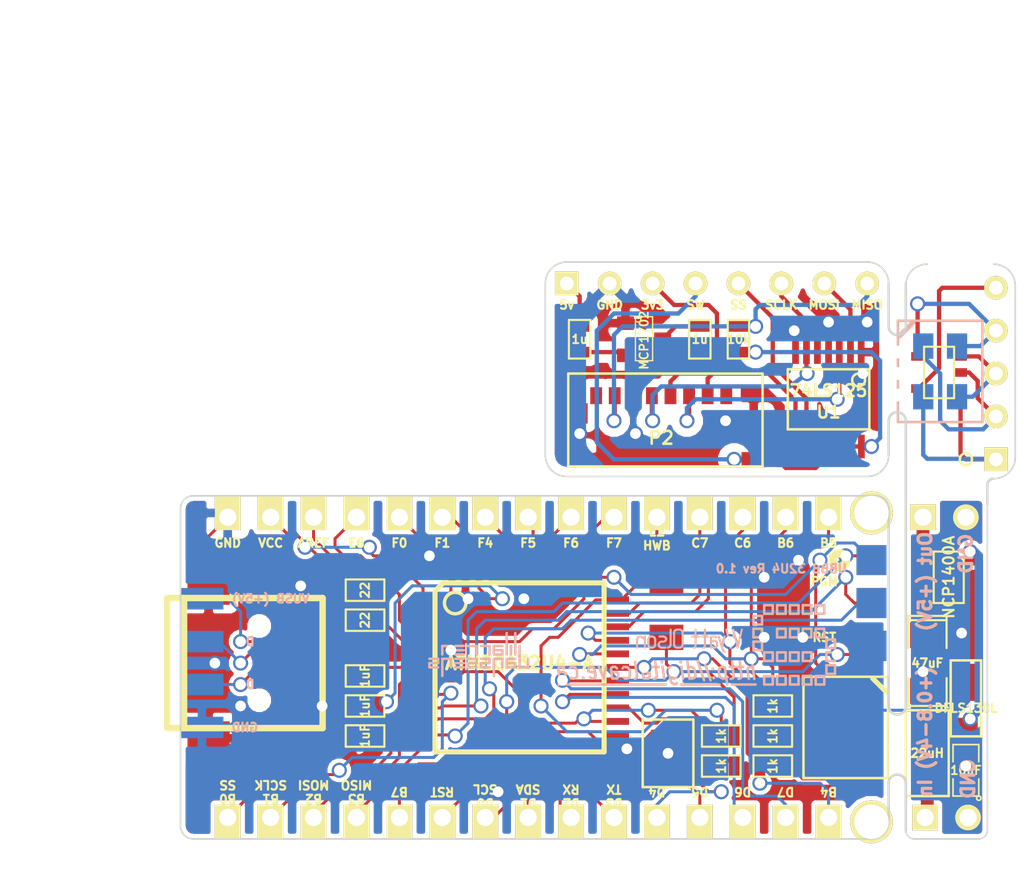
<source format=kicad_pcb>
(kicad_pcb (version 3) (host pcbnew "(2014-01-10 BZR 4027)-stable")
  (layers (15 F.Cu signal) (0 B.Cu signal) (18 B.Paste user) (19 F.Paste user) (20 B.SilkS user) (21 F.SilkS user) (22 B.Mask user) (23 F.Mask user) (28 Edge.Cuts user))
  (net 0 "")
  (net 1 +5V)
  (net 2 /5V)
  (net 3 /AREF)
  (net 4 /B0)
  (net 5 /B1)
  (net 6 /B2)
  (net 7 /B3)
  (net 8 /B4)
  (net 9 /B5)
  (net 10 /B6)
  (net 11 /B7)
  (net 12 /C6)
  (net 13 /C7)
  (net 14 /CLK)
  (net 15 /CS)
  (net 16 /D+)
  (net 17 /D-)
  (net 18 /D0)
  (net 19 /D1)
  (net 20 /D2)
  (net 21 /D3)
  (net 22 /D4)
  (net 23 /D5)
  (net 24 /D6)
  (net 25 /D7)
  (net 26 /DET)
  (net 27 /DI)
  (net 28 /DO)
  (net 29 /E2)
  (net 30 /E6)
  (net 31 /F0)
  (net 32 /F1)
  (net 33 /F4)
  (net 34 /F5)
  (net 35 /F6)
  (net 36 /F7)
  (net 37 /MOSI)
  (net 38 /RESET)
  (net 39 /SCLK)
  (net 40 /SS)
  (net 41 GND)
  (net 42 N-000001)
  (net 43 N-0000013)
  (net 44 N-0000014)
  (net 45 N-0000015)
  (net 46 N-0000016)
  (net 47 N-0000017)
  (net 48 N-000002)
  (net 49 N-000003)
  (net 50 N-0000039)
  (net 51 N-000004)
  (net 52 N-0000040)
  (net 53 N-0000041)
  (net 54 N-000005)
  (net 55 N-000006)
  (net 56 N-000007)
  (net 57 VCC)
  (module PIN_ARRAY_4x1 (layer B.Cu) (at 86.868 53.721 90)
    (fp_text reference PIN_ARRAY_4X1 hide)
    (fp_text value Val** hide)
    (pad 1 smd rect (at -3.81 0 90) (size 1.27 2.54) (layers B.Cu B.Paste B.Mask) (net 41 GND))
    (pad 2 smd rect (at -1.27 0 90) (size 1.27 2.54) (layers B.Cu B.Paste B.Mask) (net 16 /D+))
    (pad 3 smd rect (at 1.27 0 90) (size 1.27 2.54) (layers B.Cu B.Paste B.Mask) (net 17 /D-))
    (pad 4 smd rect (at 3.81 0 90) (size 1.27 2.54) (layers B.Cu B.Paste B.Mask) (net 1 +5V))
  )
  (module 1pin (layer F.Cu) (at 126.492 63.119)
    (fp_text reference 1PIN hide)
    (fp_text value P*** hide)
    (pad 1 thru_hole circle (at 0 0) (size 2.54 2.54) (drill 2.032) (layers *.Cu *.Mask F.SilkS))
  )
  (module 1pin (layer F.Cu) (at 126.492 44.831)
    (fp_text reference 1PIN hide)
    (fp_text value P*** hide)
    (pad 1 thru_hole circle (at 0 0) (size 2.54 2.54) (drill 2.032) (layers *.Cu *.Mask F.SilkS))
  )
  (module ISP_EDGE (layer F.Cu) (at 129.032 50.165 90)
    (fp_text reference P1 hide)
    (fp_text value ISP hide)
    (pad 5 smd rect (at -2.54 -2.54 90) (size 1.778 1.778) (layers F.Cu F.Paste F.Mask) (net 38 /RESET))
    (pad 3 smd rect (at 0 -2.54 90) (size 1.778 1.778) (layers F.Cu F.Paste F.Mask) (net 5 /B1))
    (pad 1 smd rect (at 2.54 -2.54 90) (size 1.778 1.778) (layers F.Cu F.Paste F.Mask) (net 7 /B3))
    (pad 6 smd rect (at -2.54 -2.54 90) (size 1.778 1.778) (layers B.Cu F.Paste F.Mask) (net 41 GND))
    (pad 4 smd rect (at 0 -2.54 90) (size 1.778 1.778) (layers B.Cu F.Paste F.Mask) (net 6 /B2))
    (pad 2 smd rect (at 2.54 -2.54 90) (size 1.778 1.778) (layers B.Cu F.Paste F.Mask) (net 1 +5V))
  )
  (module PIN_ARRAY_5x1 (layer F.Cu) (at 93.472 62.865 180)
    (fp_text reference P7 hide)
    (fp_text value CONN_5 hide)
    (pad 1 thru_hole rect (at -5.08 0 180) (size 1.524 2.032) (drill 1.016 (offset 0 -0.254)) (layers *.Cu *.Mask F.SilkS) (net 11 /B7))
    (pad 2 thru_hole rect (at -2.54 0 180) (size 1.524 2.032) (drill 1.016 (offset 0 -0.254)) (layers *.Cu *.Mask F.SilkS) (net 7 /B3))
    (pad 3 thru_hole rect (at 0 0 180) (size 1.524 2.032) (drill 1.016 (offset 0 -0.254)) (layers *.Cu *.Mask F.SilkS) (net 6 /B2))
    (pad 4 thru_hole rect (at 2.54 0 180) (size 1.524 2.032) (drill 1.016 (offset 0 -0.254)) (layers *.Cu *.Mask F.SilkS) (net 5 /B1))
    (pad 5 thru_hole rect (at 5.08 0 180) (size 1.524 2.032) (drill 1.016 (offset 0 -0.254)) (layers *.Cu *.Mask F.SilkS) (net 4 /B0))
  )
  (module PIN_ARRAY_5x1 (layer F.Cu) (at 106.172 62.865 180)
    (fp_text reference P6 hide)
    (fp_text value CONN_5 hide)
    (pad 1 thru_hole rect (at -5.08 0 180) (size 1.524 2.032) (drill 1.016 (offset 0 -0.254)) (layers *.Cu *.Mask F.SilkS) (net 21 /D3))
    (pad 2 thru_hole rect (at -2.54 0 180) (size 1.524 2.032) (drill 1.016 (offset 0 -0.254)) (layers *.Cu *.Mask F.SilkS) (net 20 /D2))
    (pad 3 thru_hole rect (at 0 0 180) (size 1.524 2.032) (drill 1.016 (offset 0 -0.254)) (layers *.Cu *.Mask F.SilkS) (net 19 /D1))
    (pad 4 thru_hole rect (at 2.54 0 180) (size 1.524 2.032) (drill 1.016 (offset 0 -0.254)) (layers *.Cu *.Mask F.SilkS) (net 18 /D0))
    (pad 5 thru_hole rect (at 5.08 0 180) (size 1.524 2.032) (drill 1.016 (offset 0 -0.254)) (layers *.Cu *.Mask F.SilkS) (net 38 /RESET))
  )
  (module PIN_ARRAY_5x1 (layer F.Cu) (at 118.872 62.865 180)
    (fp_text reference P5 hide)
    (fp_text value CONN_5 hide)
    (pad 1 thru_hole rect (at -5.08 0 180) (size 1.524 2.032) (drill 1.016 (offset 0 -0.254)) (layers *.Cu *.Mask F.SilkS) (net 8 /B4))
    (pad 2 thru_hole rect (at -2.54 0 180) (size 1.524 2.032) (drill 1.016 (offset 0 -0.254)) (layers *.Cu *.Mask F.SilkS) (net 25 /D7))
    (pad 3 thru_hole rect (at 0 0 180) (size 1.524 2.032) (drill 1.016 (offset 0 -0.254)) (layers *.Cu *.Mask F.SilkS) (net 24 /D6))
    (pad 4 thru_hole rect (at 2.54 0 180) (size 1.524 2.032) (drill 1.016 (offset 0 -0.254)) (layers *.Cu *.Mask F.SilkS) (net 23 /D5))
    (pad 5 thru_hole rect (at 5.08 0 180) (size 1.524 2.032) (drill 1.016 (offset 0 -0.254)) (layers *.Cu *.Mask F.SilkS) (net 22 /D4))
  )
  (module PIN_ARRAY_5x1 (layer F.Cu) (at 118.872 45.085)
    (fp_text reference P4 hide)
    (fp_text value CONN_5 hide)
    (pad 1 thru_hole rect (at -5.08 0) (size 1.524 2.032) (drill 1.016 (offset 0 -0.254)) (layers *.Cu *.Mask F.SilkS) (net 29 /E2))
    (pad 2 thru_hole rect (at -2.54 0) (size 1.524 2.032) (drill 1.016 (offset 0 -0.254)) (layers *.Cu *.Mask F.SilkS) (net 13 /C7))
    (pad 3 thru_hole rect (at 0 0) (size 1.524 2.032) (drill 1.016 (offset 0 -0.254)) (layers *.Cu *.Mask F.SilkS) (net 12 /C6))
    (pad 4 thru_hole rect (at 2.54 0) (size 1.524 2.032) (drill 1.016 (offset 0 -0.254)) (layers *.Cu *.Mask F.SilkS) (net 10 /B6))
    (pad 5 thru_hole rect (at 5.08 0) (size 1.524 2.032) (drill 1.016 (offset 0 -0.254)) (layers *.Cu *.Mask F.SilkS) (net 9 /B5))
  )
  (module PIN_ARRAY_5x1 (layer F.Cu) (at 106.172 45.085)
    (fp_text reference P3 hide)
    (fp_text value CONN_5 hide)
    (pad 1 thru_hole rect (at -5.08 0) (size 1.524 2.032) (drill 1.016 (offset 0 -0.254)) (layers *.Cu *.Mask F.SilkS) (net 32 /F1))
    (pad 2 thru_hole rect (at -2.54 0) (size 1.524 2.032) (drill 1.016 (offset 0 -0.254)) (layers *.Cu *.Mask F.SilkS) (net 33 /F4))
    (pad 3 thru_hole rect (at 0 0) (size 1.524 2.032) (drill 1.016 (offset 0 -0.254)) (layers *.Cu *.Mask F.SilkS) (net 34 /F5))
    (pad 4 thru_hole rect (at 2.54 0) (size 1.524 2.032) (drill 1.016 (offset 0 -0.254)) (layers *.Cu *.Mask F.SilkS) (net 35 /F6))
    (pad 5 thru_hole rect (at 5.08 0) (size 1.524 2.032) (drill 1.016 (offset 0 -0.254)) (layers *.Cu *.Mask F.SilkS) (net 36 /F7))
  )
  (module PIN_ARRAY_5x1 (layer F.Cu) (at 93.472 45.085)
    (fp_text reference P2 hide)
    (fp_text value CONN_5 hide)
    (pad 1 thru_hole rect (at -5.08 0) (size 1.524 2.032) (drill 1.016 (offset 0 -0.254)) (layers *.Cu *.Mask F.SilkS) (net 41 GND))
    (pad 2 thru_hole rect (at -2.54 0) (size 1.524 2.032) (drill 1.016 (offset 0 -0.254)) (layers *.Cu *.Mask F.SilkS) (net 1 +5V))
    (pad 3 thru_hole rect (at 0 0) (size 1.524 2.032) (drill 1.016 (offset 0 -0.254)) (layers *.Cu *.Mask F.SilkS) (net 3 /AREF))
    (pad 4 thru_hole rect (at 2.54 0) (size 1.524 2.032) (drill 1.016 (offset 0 -0.254)) (layers *.Cu *.Mask F.SilkS) (net 30 /E6))
    (pad 5 thru_hole rect (at 5.08 0) (size 1.524 2.032) (drill 1.016 (offset 0 -0.254)) (layers *.Cu *.Mask F.SilkS) (net 31 /F0))
  )
  (module SW_6x3 (layer F.Cu) (at 117.856 52.197 180)
    (fp_text reference SW1 hide)
    (fp_text value SW_PUSH_SMALL hide)
    (pad 1 smd rect (at -3.5 0 180) (size 2 1.5) (layers F.Cu F.Paste F.Mask) (net 41 GND))
    (pad 2 smd rect (at 3.5 0 180) (size 2 1.5) (layers F.Cu F.Paste F.Mask) (net 38 /RESET))
  )
  (module SW_6x3 (layer F.Cu) (at 117.856 48.895)
    (fp_text reference SW2 hide)
    (fp_text value SW_PUSH_SMALL hide)
    (pad 1 smd rect (at -3.5 0) (size 2 1.5) (layers F.Cu F.Paste F.Mask) (net 29 /E2))
    (pad 2 smd rect (at 3.5 0) (size 2 1.5) (layers F.Cu F.Paste F.Mask) (net 41 GND))
  )
  (module USB_MINI_B_fixed (layer F.Cu) (at 89.408 53.721)
    (fp_text reference CON1 hide)
    (fp_text value USB-MINI-B hide)
    (pad 1 smd rect (at 3.44932 -1.6002) (size 2.30124 0.50038) (layers F.Cu F.Paste F.Mask) (net 1 +5V))
    (pad 2 smd rect (at 3.44932 -0.8001) (size 2.30124 0.50038) (layers F.Cu F.Paste F.Mask) (net 17 /D-))
    (pad 3 smd rect (at 3.44932 0) (size 2.30124 0.50038) (layers F.Cu F.Paste F.Mask) (net 16 /D+))
    (pad 4 smd rect (at 3.44932 0.8001) (size 2.30124 0.50038) (layers F.Cu F.Paste F.Mask))
    (pad 5 smd rect (at 3.44932 1.6002) (size 2.30124 0.50038) (layers F.Cu F.Paste F.Mask) (net 41 GND))
    (pad 6 smd rect (at 3.35026 -4.45008) (size 2.49936 1.99898) (layers F.Cu F.Paste F.Mask) (net 41 GND))
    (pad 7 smd rect (at -2.14884 -4.45008) (size 2.49936 1.99898) (layers F.Cu F.Paste F.Mask) (net 41 GND))
    (pad 8 smd rect (at 3.35026 4.45008) (size 2.49936 1.99898) (layers F.Cu F.Paste F.Mask) (net 41 GND))
    (pad 9 smd rect (at -2.14884 4.45008) (size 2.49936 1.99898) (layers F.Cu F.Paste F.Mask) (net 41 GND))
    (pad "" np_thru_hole circle (at 0.8509 -2.19964) (size 0.89916 0.89916) (drill 0.89916) (layers *.Cu *.Mask F.SilkS))
    (pad "" np_thru_hole circle (at 0.8509 2.19964) (size 0.89916 0.89916) (drill 0.89916) (layers *.Cu *.Mask F.SilkS))
  )
  (module TQFP44 (layer F.Cu) (at 105.664 53.975)
    (fp_text reference U1 hide)
    (fp_text value ATMEGA32U4-A (at 0 -0.254) (layer F.SilkS) (effects (font (size 0.762 0.762) (thickness 0.1905))))
    (pad 39 smd rect (at 0 -5.715) (size 0.4064 1.524) (layers F.Cu F.Paste F.Mask) (net 33 /F4))
    (pad 40 smd rect (at -0.8001 -5.715) (size 0.4064 1.524) (layers F.Cu F.Paste F.Mask) (net 32 /F1))
    (pad 41 smd rect (at -1.6002 -5.715) (size 0.4064 1.524) (layers F.Cu F.Paste F.Mask) (net 31 /F0))
    (pad 42 smd rect (at -2.4003 -5.715) (size 0.4064 1.524) (layers F.Cu F.Paste F.Mask) (net 3 /AREF))
    (pad 43 smd rect (at -3.2004 -5.715) (size 0.4064 1.524) (layers F.Cu F.Paste F.Mask) (net 41 GND))
    (pad 44 smd rect (at -4.0005 -5.715) (size 0.4064 1.524) (layers F.Cu F.Paste F.Mask) (net 1 +5V))
    (pad 38 smd rect (at 0.8001 -5.715) (size 0.4064 1.524) (layers F.Cu F.Paste F.Mask) (net 34 /F5))
    (pad 37 smd rect (at 1.6002 -5.715) (size 0.4064 1.524) (layers F.Cu F.Paste F.Mask) (net 35 /F6))
    (pad 36 smd rect (at 2.4003 -5.715) (size 0.4064 1.524) (layers F.Cu F.Paste F.Mask) (net 36 /F7))
    (pad 35 smd rect (at 3.2004 -5.715) (size 0.4064 1.524) (layers F.Cu F.Paste F.Mask) (net 41 GND))
    (pad 34 smd rect (at 4.0005 -5.715) (size 0.4064 1.524) (layers F.Cu F.Paste F.Mask) (net 1 +5V))
    (pad 17 smd rect (at 0 5.715) (size 0.4064 1.524) (layers F.Cu F.Paste F.Mask) (net 47 N-0000017))
    (pad 16 smd rect (at -0.8001 5.715) (size 0.4064 1.524) (layers F.Cu F.Paste F.Mask) (net 46 N-0000016))
    (pad 15 smd rect (at -1.6002 5.715) (size 0.4064 1.524) (layers F.Cu F.Paste F.Mask) (net 41 GND))
    (pad 14 smd rect (at -2.4003 5.715) (size 0.4064 1.524) (layers F.Cu F.Paste F.Mask) (net 1 +5V))
    (pad 13 smd rect (at -3.2004 5.715) (size 0.4064 1.524) (layers F.Cu F.Paste F.Mask) (net 38 /RESET))
    (pad 12 smd rect (at -4.0005 5.715) (size 0.4064 1.524) (layers F.Cu F.Paste F.Mask) (net 11 /B7))
    (pad 18 smd rect (at 0.8001 5.715) (size 0.4064 1.524) (layers F.Cu F.Paste F.Mask) (net 18 /D0))
    (pad 19 smd rect (at 1.6002 5.715) (size 0.4064 1.524) (layers F.Cu F.Paste F.Mask) (net 19 /D1))
    (pad 20 smd rect (at 2.4003 5.715) (size 0.4064 1.524) (layers F.Cu F.Paste F.Mask) (net 20 /D2))
    (pad 21 smd rect (at 3.2004 5.715) (size 0.4064 1.524) (layers F.Cu F.Paste F.Mask) (net 21 /D3))
    (pad 22 smd rect (at 4.0005 5.715) (size 0.4064 1.524) (layers F.Cu F.Paste F.Mask) (net 23 /D5))
    (pad 6 smd rect (at -5.715 0) (size 1.524 0.4064) (layers F.Cu F.Paste F.Mask) (net 53 N-0000041))
    (pad 28 smd rect (at 5.715 0) (size 1.524 0.4064) (layers F.Cu F.Paste F.Mask) (net 8 /B4))
    (pad 7 smd rect (at -5.715 0.8001) (size 1.524 0.4064) (layers F.Cu F.Paste F.Mask) (net 1 +5V))
    (pad 27 smd rect (at 5.715 0.8001) (size 1.524 0.4064) (layers F.Cu F.Paste F.Mask) (net 25 /D7))
    (pad 26 smd rect (at 5.715 1.6002) (size 1.524 0.4064) (layers F.Cu F.Paste F.Mask) (net 24 /D6))
    (pad 8 smd rect (at -5.715 1.6002) (size 1.524 0.4064) (layers F.Cu F.Paste F.Mask) (net 4 /B0))
    (pad 9 smd rect (at -5.715 2.4003) (size 1.524 0.4064) (layers F.Cu F.Paste F.Mask) (net 5 /B1))
    (pad 25 smd rect (at 5.715 2.4003) (size 1.524 0.4064) (layers F.Cu F.Paste F.Mask) (net 22 /D4))
    (pad 24 smd rect (at 5.715 3.2004) (size 1.524 0.4064) (layers F.Cu F.Paste F.Mask) (net 1 +5V))
    (pad 10 smd rect (at -5.715 3.2004) (size 1.524 0.4064) (layers F.Cu F.Paste F.Mask) (net 6 /B2))
    (pad 11 smd rect (at -5.715 4.0005) (size 1.524 0.4064) (layers F.Cu F.Paste F.Mask) (net 7 /B3))
    (pad 23 smd rect (at 5.715 4.0005) (size 1.524 0.4064) (layers F.Cu F.Paste F.Mask) (net 41 GND))
    (pad 29 smd rect (at 5.715 -0.8001) (size 1.524 0.4064) (layers F.Cu F.Paste F.Mask) (net 9 /B5))
    (pad 5 smd rect (at -5.715 -0.8001) (size 1.524 0.4064) (layers F.Cu F.Paste F.Mask) (net 41 GND))
    (pad 4 smd rect (at -5.715 -1.6002) (size 1.524 0.4064) (layers F.Cu F.Paste F.Mask) (net 50 N-0000039))
    (pad 30 smd rect (at 5.715 -1.6002) (size 1.524 0.4064) (layers F.Cu F.Paste F.Mask) (net 10 /B6))
    (pad 31 smd rect (at 5.715 -2.4003) (size 1.524 0.4064) (layers F.Cu F.Paste F.Mask) (net 12 /C6))
    (pad 3 smd rect (at -5.715 -2.4003) (size 1.524 0.4064) (layers F.Cu F.Paste F.Mask) (net 52 N-0000040))
    (pad 2 smd rect (at -5.715 -3.2004) (size 1.524 0.4064) (layers F.Cu F.Paste F.Mask) (net 1 +5V))
    (pad 32 smd rect (at 5.715 -3.2004) (size 1.524 0.4064) (layers F.Cu F.Paste F.Mask) (net 13 /C7))
    (pad 33 smd rect (at 5.715 -4.0005) (size 1.524 0.4064) (layers F.Cu F.Paste F.Mask) (net 29 /E2))
    (pad 1 smd rect (at -5.715 -4.0005) (size 1.524 0.4064) (layers F.Cu F.Paste F.Mask) (net 30 /E6))
  )
  (module SM0603_VALUE (layer F.Cu) (at 117.602 59.817 180)
    (fp_text reference R6 hide)
    (fp_text value 1k (at 0 0 270) (layer F.SilkS) (effects (font (size 0.508 0.508) (thickness 0.1143))))
    (pad 1 smd rect (at -0.762 0 180) (size 0.635 1.143) (layers F.Cu F.Paste F.Mask) (net 29 /E2))
    (pad 2 smd rect (at 0.762 0 180) (size 0.635 1.143) (layers F.Cu F.Paste F.Mask) (net 1 +5V))
  )
  (module SM0603_VALUE (layer F.Cu) (at 120.65 59.817 180)
    (fp_text reference R5 hide)
    (fp_text value 1k (at 0 0 270) (layer F.SilkS) (effects (font (size 0.508 0.508) (thickness 0.1143))))
    (pad 1 smd rect (at -0.762 0 180) (size 0.635 1.143) (layers F.Cu F.Paste F.Mask) (net 45 N-0000015))
    (pad 2 smd rect (at 0.762 0 180) (size 0.635 1.143) (layers F.Cu F.Paste F.Mask) (net 8 /B4))
  )
  (module SM0603_VALUE (layer F.Cu) (at 117.602 58.039)
    (fp_text reference R4 hide)
    (fp_text value 1k (at 0 0 90) (layer F.SilkS) (effects (font (size 0.508 0.508) (thickness 0.1143))))
    (pad 1 smd rect (at -0.762 0) (size 0.635 1.143) (layers F.Cu F.Paste F.Mask) (net 1 +5V))
    (pad 2 smd rect (at 0.762 0) (size 0.635 1.143) (layers F.Cu F.Paste F.Mask) (net 38 /RESET))
  )
  (module SM0603_VALUE (layer F.Cu) (at 96.52 51.181)
    (fp_text reference R2 hide)
    (fp_text value 22 (at 0 0 90) (layer F.SilkS) (effects (font (size 0.508 0.508) (thickness 0.1143))))
    (pad 1 smd rect (at -0.762 0) (size 0.635 1.143) (layers F.Cu F.Paste F.Mask) (net 16 /D+))
    (pad 2 smd rect (at 0.762 0) (size 0.635 1.143) (layers F.Cu F.Paste F.Mask) (net 50 N-0000039))
  )
  (module SM0603_VALUE (layer F.Cu) (at 96.52 49.403)
    (fp_text reference R3 hide)
    (fp_text value 22 (at 0 0 90) (layer F.SilkS) (effects (font (size 0.508 0.508) (thickness 0.1143))))
    (pad 1 smd rect (at -0.762 0) (size 0.635 1.143) (layers F.Cu F.Paste F.Mask) (net 17 /D-))
    (pad 2 smd rect (at 0.762 0) (size 0.635 1.143) (layers F.Cu F.Paste F.Mask) (net 52 N-0000040))
  )
  (module SM0603_VALUE (layer F.Cu) (at 96.52 54.483)
    (fp_text reference C4 hide)
    (fp_text value 1uF (at 0 0 90) (layer F.SilkS) (effects (font (size 0.508 0.508) (thickness 0.1143))))
    (pad 1 smd rect (at -0.762 0) (size 0.635 1.143) (layers F.Cu F.Paste F.Mask) (net 41 GND))
    (pad 2 smd rect (at 0.762 0) (size 0.635 1.143) (layers F.Cu F.Paste F.Mask) (net 53 N-0000041))
  )
  (module SM0603_VALUE (layer F.Cu) (at 96.52 56.261)
    (fp_text reference C3 hide)
    (fp_text value 1uF (at 0 0 90) (layer F.SilkS) (effects (font (size 0.508 0.508) (thickness 0.1143))))
    (pad 1 smd rect (at -0.762 0) (size 0.635 1.143) (layers F.Cu F.Paste F.Mask) (net 41 GND))
    (pad 2 smd rect (at 0.762 0) (size 0.635 1.143) (layers F.Cu F.Paste F.Mask) (net 3 /AREF))
  )
  (module SM0603_VALUE (layer F.Cu) (at 96.52 58.039 180)
    (fp_text reference C5 hide)
    (fp_text value 1uF (at 0 0 270) (layer F.SilkS) (effects (font (size 0.508 0.508) (thickness 0.1143))))
    (pad 1 smd rect (at -0.762 0 180) (size 0.635 1.143) (layers F.Cu F.Paste F.Mask) (net 1 +5V))
    (pad 2 smd rect (at 0.762 0 180) (size 0.635 1.143) (layers F.Cu F.Paste F.Mask) (net 41 GND))
  )
  (module SM0603_VALUE (layer F.Cu) (at 120.65 58.039 180)
    (fp_text reference R7 hide)
    (fp_text value 1k (at 0 0 270) (layer F.SilkS) (effects (font (size 0.508 0.508) (thickness 0.1143))))
    (pad 1 smd rect (at -0.762 0 180) (size 0.635 1.143) (layers F.Cu F.Paste F.Mask) (net 44 N-0000014))
    (pad 2 smd rect (at 0.762 0 180) (size 0.635 1.143) (layers F.Cu F.Paste F.Mask) (net 9 /B5))
  )
  (module SM0603_VALUE (layer F.Cu) (at 120.65 56.261 180)
    (fp_text reference R8 hide)
    (fp_text value 1k (at 0 0 270) (layer F.SilkS) (effects (font (size 0.508 0.508) (thickness 0.1143))))
    (pad 1 smd rect (at -0.762 0 180) (size 0.635 1.143) (layers F.Cu F.Paste F.Mask) (net 43 N-0000013))
    (pad 2 smd rect (at 0.762 0 180) (size 0.635 1.143) (layers F.Cu F.Paste F.Mask) (net 10 /B6))
  )
  (module WJ10 (layer B.Cu) (at 103.378 53.467 180)
    (fp_text reference WJ10 hide)
    (fp_text value VAL** hide)
  )
  (module DIGITALCAVE_LOGO (layer B.Cu) (at 121.92 52.705)
    (fp_text reference VAL hide)
    (fp_text value REF hide)
  )
  (module DIGITALCAVE_AUTHOR (layer B.Cu) (at 115.57 52.451 180)
    (fp_text reference VAL hide)
    (fp_text value DIGITALCAVE_AUTHOR hide)
  )
  (module DIGITALCAVE_URL (layer B.Cu) (at 113.792 54.229 180)
    (fp_text reference DIGITALCAVE_URL hide)
    (fp_text value VAL** hide)
  )
  (module RESONATOR_SMD-3 (layer F.Cu) (at 114.452 59.065 90)
    (fp_text reference X1 hide)
    (fp_text value RESONATOR hide)
    (pad 1 smd rect (at -1.2 0 90) (size 0.4 2) (layers F.Cu F.Paste F.Mask) (net 47 N-0000017))
    (pad 2 smd rect (at 0 0 90) (size 0.4 2) (layers F.Cu F.Paste F.Mask) (net 41 GND))
    (pad 3 smd rect (at 1.2 0 90) (size 0.4 2) (layers F.Cu F.Paste F.Mask) (net 46 N-0000016))
  )
  (module LED_RGB_4-PLCC_ALT1 (layer F.Cu) (at 124.968 57.531 270)
    (fp_text reference D2 hide)
    (fp_text value RGB_LED_COMMON_ANODE hide)
    (pad 2 smd rect (at -1.5 -1 270) (size 1.5 1.2) (layers F.Cu F.Paste F.Mask) (net 1 +5V))
    (pad 4 smd rect (at -1.5 1 270) (size 1.5 1.2) (layers F.Cu F.Paste F.Mask) (net 43 N-0000013))
    (pad 3 smd rect (at 1.5 1 270) (size 1.5 1.2) (layers F.Cu F.Paste F.Mask) (net 44 N-0000014))
    (pad 1 smd rect (at 1.5 -1 270) (size 1.5 1.2) (layers F.Cu F.Paste F.Mask) (net 45 N-0000015))
  )
  (module mouse_bites (layer F.Cu) (at 128.016 58.547 90)
    (fp_text reference mouse_bites hide)
    (fp_text value VAL** hide)
    (pad "" np_thru_hole circle (at -1.27 0 90) (size 0.762 0.762) (drill 0.762) (layers *.Cu *.Mask F.SilkS))
    (pad "" np_thru_hole circle (at 0 0 90) (size 0.762 0.762) (drill 0.762) (layers *.Cu *.Mask F.SilkS))
    (pad "" np_thru_hole circle (at 1.27 0 90) (size 0.762 0.762) (drill 0.762) (layers *.Cu *.Mask F.SilkS))
  )
  (module PIN_ARRAY_2X1 (layer F.Cu) (at 130.81 45.085)
    (fp_text reference P2 hide)
    (fp_text value CONN_2 hide)
    (pad 1 thru_hole rect (at -1.27 0) (size 1.524 1.524) (drill 1.016) (layers *.Cu *.Mask F.SilkS) (net 55 N-000006))
    (pad 2 thru_hole circle (at 1.27 0) (size 1.524 1.524) (drill 1.016) (layers *.Cu *.Mask F.SilkS) (net 41 GND))
  )
  (module PIN_ARRAY_2X1 (layer F.Cu) (at 130.937 62.865)
    (fp_text reference P1 hide)
    (fp_text value CONN_2 hide)
    (pad 1 thru_hole rect (at -1.27 0) (size 1.524 1.524) (drill 1.016) (layers *.Cu *.Mask F.SilkS) (net 56 N-000007))
    (pad 2 thru_hole circle (at 1.27 0) (size 1.524 1.524) (drill 1.016) (layers *.Cu *.Mask F.SilkS) (net 41 GND))
  )
  (module SOT23-5 (layer F.Cu) (at 131.064 48.641 270)
    (fp_text reference VR1 hide)
    (fp_text value NCP1400A (at 0 0 270) (layer F.SilkS) (effects (font (size 0.635 0.635) (thickness 0.127))))
    (pad 1 smd rect (at -0.9525 1.27 270) (size 0.508 0.762) (layers F.Cu F.Paste F.Mask) (net 55 N-000006))
    (pad 3 smd rect (at 0.9525 1.27 270) (size 0.508 0.762) (layers F.Cu F.Paste F.Mask))
    (pad 5 smd rect (at -0.9525 -1.27 270) (size 0.508 0.762) (layers F.Cu F.Paste F.Mask) (net 54 N-000005))
    (pad 2 smd rect (at 0 1.27 270) (size 0.508 0.762) (layers F.Cu F.Paste F.Mask) (net 55 N-000006))
    (pad 4 smd rect (at 0.9525 -1.27 270) (size 0.508 0.762) (layers F.Cu F.Paste F.Mask) (net 41 GND))
  )
  (module SM1206POL (layer F.Cu) (at 129.794 53.721 270)
    (fp_text reference C2 hide)
    (fp_text value 47uF (at 0 0 360) (layer F.SilkS) (effects (font (size 0.508 0.508) (thickness 0.127))))
    (pad 1 smd rect (at -1.651 0 270) (size 1.524 2.032) (layers F.Cu F.Paste F.Mask) (net 55 N-000006))
    (pad 2 smd rect (at 1.651 0 270) (size 1.524 2.032) (layers F.Cu F.Paste F.Mask) (net 41 GND))
  )
  (module SM1007 (layer F.Cu) (at 129.794 59.055 90)
    (fp_text reference L1 hide)
    (fp_text value 22uH (at 0 0 180) (layer F.SilkS) (effects (font (size 0.508 0.508) (thickness 0.127))))
    (pad 1 smd rect (at -1.524 0 90) (size 1.778 1.778) (layers F.Cu F.Paste F.Mask) (net 56 N-000007))
    (pad 2 smd rect (at 1.524 0 90) (size 1.778 1.778) (layers F.Cu F.Paste F.Mask) (net 54 N-000005))
  )
  (module SM0805 (layer F.Cu) (at 132.08 60.071 90)
    (fp_text reference C1 hide)
    (fp_text value 10uF (at 0 0 180) (layer F.SilkS) (effects (font (size 0.50038 0.50038) (thickness 0.10922))))
    (pad 1 smd rect (at -0.9525 0 90) (size 0.889 1.397) (layers F.Cu F.Paste F.Mask) (net 56 N-000007))
    (pad 2 smd rect (at 0.9525 0 90) (size 0.889 1.397) (layers F.Cu F.Paste F.Mask) (net 41 GND))
  )
  (module POWERDI_123 (layer F.Cu) (at 132.08 56.261 90)
    (fp_text reference D1 hide)
    (fp_text value DFLS130L (at -0.127 0 180) (layer F.SilkS) (effects (font (size 0.508 0.508) (thickness 0.1143))))
    (pad 1 smd rect (at -1.15 0 90) (size 0.9 1.4) (layers F.Cu F.Paste F.Mask) (net 54 N-000005))
    (pad 2 smd rect (at 1.4 0 90) (size 2.2 1.4) (layers F.Cu F.Paste F.Mask) (net 55 N-000006))
  )
  (module SIL-5 (layer F.Cu) (at 133.858 35.306 90)
    (fp_text reference P1 hide)
    (fp_text value CONN_5 hide)
    (pad 1 thru_hole rect (at -6.35 0 90) (size 1.397 1.397) (drill 0.8128) (layers *.Cu *.Mask F.SilkS) (net 42 N-000001))
    (pad 2 thru_hole circle (at -3.81 0 90) (size 1.397 1.397) (drill 0.8128) (layers *.Cu *.Mask F.SilkS) (net 54 N-000005))
    (pad 3 thru_hole circle (at -1.27 0 90) (size 1.397 1.397) (drill 0.8128) (layers *.Cu *.Mask F.SilkS) (net 48 N-000002))
    (pad 4 thru_hole circle (at 1.27 0 90) (size 1.397 1.397) (drill 0.8128) (layers *.Cu *.Mask F.SilkS) (net 49 N-000003))
    (pad 5 thru_hole circle (at 3.81 0 90) (size 1.397 1.397) (drill 0.8128) (layers *.Cu *.Mask F.SilkS) (net 51 N-000004))
  )
  (module SOT23-5 (layer F.Cu) (at 130.4925 36.5125 90)
    (fp_text reference VR1 hide)
    (fp_text value NCP1400A hide)
    (pad 1 smd rect (at -0.9525 1.27 90) (size 0.508 0.762) (layers F.Cu F.Paste F.Mask) (net 42 N-000001))
    (pad 3 smd rect (at 0.9525 1.27 90) (size 0.508 0.762) (layers F.Cu F.Paste F.Mask) (net 48 N-000002))
    (pad 5 smd rect (at -0.9525 -1.27 90) (size 0.508 0.762) (layers F.Cu F.Paste F.Mask) (net 51 N-000004))
    (pad 2 smd rect (at 0 1.27 90) (size 0.508 0.762) (layers F.Cu F.Paste F.Mask) (net 54 N-000005))
    (pad 4 smd rect (at 0.9525 -1.27 90) (size 0.508 0.762) (layers F.Cu F.Paste F.Mask) (net 49 N-000003))
  )
  (module LED_RGB_4-PLCC_ALT1 (layer B.Cu) (at 130.556 36.449 270)
    (fp_text reference D1 hide)
    (fp_text value RGB_LED_COMMON_ANODE_ALT1 hide)
    (pad 2 smd rect (at -1.5 1 270) (size 1.5 1.2) (layers B.Cu B.Paste B.Mask) (net 54 N-000005))
    (pad 4 smd rect (at -1.5 -1 270) (size 1.5 1.2) (layers B.Cu B.Paste B.Mask) (net 49 N-000003))
    (pad 3 smd rect (at 1.5 -1 270) (size 1.5 1.2) (layers B.Cu B.Paste B.Mask) (net 48 N-000002))
    (pad 1 smd rect (at 1.5 1 270) (size 1.5 1.2) (layers B.Cu B.Paste B.Mask) (net 42 N-000001))
  )
  (module mouse_bites (layer F.Cu) (at 130.937 43.307)
    (fp_text reference mouse_bites hide)
    (fp_text value VAL** hide)
    (pad "" np_thru_hole circle (at -1.27 0) (size 0.762 0.762) (drill 0.762) (layers *.Cu *.Mask F.SilkS))
    (pad "" np_thru_hole circle (at 0 0) (size 0.762 0.762) (drill 0.762) (layers *.Cu *.Mask F.SilkS))
    (pad "" np_thru_hole circle (at 1.27 0) (size 0.762 0.762) (drill 0.762) (layers *.Cu *.Mask F.SilkS))
  )
  (module SIL-8 (layer F.Cu) (at 117.348 31.242)
    (fp_text reference P1 hide)
    (fp_text value CONN_8 hide)
    (pad 1 thru_hole rect (at -8.89 0) (size 1.397 1.397) (drill 0.8128) (layers *.Cu *.Mask F.SilkS) (net 2 /5V))
    (pad 2 thru_hole circle (at -6.35 0) (size 1.397 1.397) (drill 0.8128) (layers *.Cu *.Mask F.SilkS) (net 41 GND))
    (pad 3 thru_hole circle (at -3.81 0) (size 1.397 1.397) (drill 0.8128) (layers *.Cu *.Mask F.SilkS) (net 57 VCC))
    (pad 4 thru_hole circle (at -1.27 0) (size 1.397 1.397) (drill 0.8128) (layers *.Cu *.Mask F.SilkS) (net 26 /DET))
    (pad 5 thru_hole circle (at 1.27 0) (size 1.397 1.397) (drill 0.8128) (layers *.Cu *.Mask F.SilkS) (net 40 /SS))
    (pad 6 thru_hole circle (at 3.81 0) (size 1.397 1.397) (drill 0.8128) (layers *.Cu *.Mask F.SilkS) (net 39 /SCLK))
    (pad 7 thru_hole circle (at 6.35 0) (size 1.397 1.397) (drill 0.8128) (layers *.Cu *.Mask F.SilkS) (net 37 /MOSI))
    (pad 8 thru_hole circle (at 8.89 0) (size 1.397 1.397) (drill 0.8128) (layers *.Cu *.Mask F.SilkS) (net 28 /DO))
  )
  (module SSOP-14 (layer F.Cu) (at 123.952 38.1 180)
    (fp_text reference U1 (at 0 -0.762 180) (layer F.SilkS) (effects (font (size 0.7 0.7))))
    (fp_text value 74LS125 (at 0 0.508 180) (layer F.SilkS) (effects (font (size 0.7 0.7))))
    (pad 1 smd rect (at -1.9304 2.794 180) (size 0.4 1.4) (layers F.Cu F.Paste F.Mask) (net 41 GND))
    (pad 2 smd rect (at -1.2954 2.794 180) (size 0.4 1.4) (layers F.Cu F.Paste F.Mask) (net 37 /MOSI))
    (pad 3 smd rect (at -0.635 2.794 180) (size 0.4 1.4) (layers F.Cu F.Paste F.Mask) (net 27 /DI))
    (pad 4 smd rect (at 0 2.794 180) (size 0.4 1.4) (layers F.Cu F.Paste F.Mask) (net 41 GND))
    (pad 5 smd rect (at 0.6604 2.794 180) (size 0.4 1.4) (layers F.Cu F.Paste F.Mask) (net 39 /SCLK))
    (pad 6 smd rect (at 1.3081 2.794 180) (size 0.4 1.4) (layers F.Cu F.Paste F.Mask) (net 14 /CLK))
    (pad 7 smd rect (at 1.9558 2.794 180) (size 0.4 1.4) (layers F.Cu F.Paste F.Mask) (net 41 GND))
    (pad 8 smd rect (at 1.9558 -2.794 180) (size 0.4 1.4) (layers F.Cu F.Paste F.Mask) (net 15 /CS))
    (pad 9 smd rect (at 1.3081 -2.794 180) (size 0.4 1.4) (layers F.Cu F.Paste F.Mask) (net 40 /SS))
    (pad 10 smd rect (at 0.6604 -2.794 180) (size 0.4 1.4) (layers F.Cu F.Paste F.Mask) (net 41 GND))
    (pad 11 smd rect (at 0 -2.794 180) (size 0.4 1.4) (layers F.Cu F.Paste F.Mask) (net 57 VCC))
    (pad 12 smd rect (at -0.6477 -2.794 180) (size 0.4 1.4) (layers F.Cu F.Paste F.Mask) (net 57 VCC))
    (pad 13 smd rect (at -1.2954 -2.794 180) (size 0.4 1.4) (layers F.Cu F.Paste F.Mask) (net 57 VCC))
    (pad 14 smd rect (at -1.9431 -2.794 180) (size 0.4 1.4) (layers F.Cu F.Paste F.Mask) (net 57 VCC))
  )
  (module 475710001 (layer F.Cu) (at 114.046 36.576)
    (fp_text reference P2 (at 0 3.81) (layer F.SilkS) (effects (font (size 0.762 0.762))))
    (fp_text value CONN_13 hide)
    (pad 4 smd rect (at 0.55 1.31) (size 0.7 1) (layers F.Cu F.Paste F.Mask) (net 57 VCC))
    (pad 3 smd rect (at 1.65 1.31) (size 0.7 1) (layers F.Cu F.Paste F.Mask) (net 27 /DI))
    (pad 2 smd rect (at 2.75 1.31) (size 0.7 1) (layers F.Cu F.Paste F.Mask) (net 15 /CS))
    (pad 1 smd rect (at 3.85 1.31) (size 0.7 1) (layers F.Cu F.Paste F.Mask))
    (pad 5 smd rect (at -0.55 1.31) (size 0.7 1) (layers F.Cu F.Paste F.Mask) (net 14 /CLK))
    (pad 6 smd rect (at -1.65 1.31) (size 0.7 1) (layers F.Cu F.Paste F.Mask) (net 41 GND))
    (pad 7 smd rect (at -2.75 1.31) (size 0.7 1) (layers F.Cu F.Paste F.Mask) (net 28 /DO))
    (pad 8 smd rect (at -3.85 1.31) (size 0.7 1) (layers F.Cu F.Paste F.Mask))
    (pad 9 smd rect (at -4.925 2.36) (size 1.15 1.2) (layers F.Cu F.Paste F.Mask) (net 41 GND))
    (pad 10 smd rect (at -4.925 4.95) (size 1.15 1.2) (layers F.Cu F.Paste F.Mask) (net 41 GND))
    (pad 11 smd rect (at 5.475 2.8) (size 1.45 1.2) (layers F.Cu F.Paste F.Mask) (net 41 GND))
    (pad 12 smd rect (at 5.7 3.95) (size 1 0.7) (layers F.Cu F.Paste F.Mask) (net 41 GND))
    (pad 13 smd rect (at 5.475 5.1) (size 1.45 0.9) (layers F.Cu F.Paste F.Mask) (net 26 /DET))
  )
  (module SOT23 (layer F.Cu) (at 113.03 34.544 270)
    (fp_text reference VR1 hide)
    (fp_text value MCP1702 (at 0.0635 0 270) (layer F.SilkS) (effects (font (size 0.50038 0.50038) (thickness 0.09906))))
    (pad 3 smd rect (at 0 -1.09982 270) (size 0.8001 1.00076) (layers F.Cu F.Paste F.Mask) (net 48 N-000002))
    (pad 2 smd rect (at 0.9525 1.09982 270) (size 0.8001 1.00076) (layers F.Cu F.Paste F.Mask) (net 42 N-000001))
    (pad 1 smd rect (at -0.9525 1.09982 270) (size 0.8001 1.00076) (layers F.Cu F.Paste F.Mask) (net 41 GND))
  )
  (module SM0603_VALUE (layer F.Cu) (at 118.618 34.544 270)
    (fp_text reference R1 hide)
    (fp_text value 10k (at 0 0 360) (layer F.SilkS) (effects (font (size 0.508 0.508) (thickness 0.1143))))
    (pad 1 smd rect (at -0.762 0 270) (size 0.635 1.143) (layers F.Cu F.Paste F.Mask) (net 28 /DO))
    (pad 2 smd rect (at 0.762 0 270) (size 0.635 1.143) (layers F.Cu F.Paste F.Mask) (net 57 VCC))
  )
  (module SM0603_VALUE (layer F.Cu) (at 109.22 34.544 90)
    (fp_text reference C2 hide)
    (fp_text value 1u (at 0 0 180) (layer F.SilkS) (effects (font (size 0.508 0.508) (thickness 0.1143))))
    (pad 1 smd rect (at -0.762 0 90) (size 0.635 1.143) (layers F.Cu F.Paste F.Mask) (net 42 N-000001))
    (pad 2 smd rect (at 0.762 0 90) (size 0.635 1.143) (layers F.Cu F.Paste F.Mask) (net 2 /5V))
  )
  (module SM0603_VALUE (layer F.Cu) (at 116.332 34.544 270)
    (fp_text reference C1 hide)
    (fp_text value 1u (at 0 0 360) (layer F.SilkS) (effects (font (size 0.508 0.508) (thickness 0.1143))))
    (pad 1 smd rect (at -0.762 0 270) (size 0.635 1.143) (layers F.Cu F.Paste F.Mask) (net 48 N-000002))
    (pad 2 smd rect (at 0.762 0 270) (size 0.635 1.143) (layers F.Cu F.Paste F.Mask) (net 57 VCC))
  )
  (module mouse_bites (layer F.Cu) (at 128.016 36.576 90)
    (fp_text reference mouse_bites hide)
    (fp_text value VAL** hide)
    (pad "" np_thru_hole circle (at -1.27 0 90) (size 0.762 0.762) (drill 0.762) (layers *.Cu *.Mask F.SilkS))
    (pad "" np_thru_hole circle (at 0 0 90) (size 0.762 0.762) (drill 0.762) (layers *.Cu *.Mask F.SilkS))
    (pad "" np_thru_hole circle (at 1.27 0 90) (size 0.762 0.762) (drill 0.762) (layers *.Cu *.Mask F.SilkS))
  )
  (gr_line (start 128.524 39.37) (end 128.524 41.656) (angle 90) (layer Edge.Cuts) (width 0.15))
  (gr_line (start 127.508 39.37) (end 127.508 41.402) (angle 90) (layer Edge.Cuts) (width 0.15))
  (gr_arc (start 128.016 39.37) (end 127.508 39.37) (angle 90) (layer Edge.Cuts) (width 0.15))
  (gr_arc (start 128.016 39.37) (end 128.016 38.862) (angle 90) (layer Edge.Cuts) (width 0.15))
  (gr_line (start 128.524 33.782) (end 128.524 31.242) (angle 90) (layer Edge.Cuts) (width 0.15))
  (gr_line (start 127.508 33.782) (end 127.508 31.242) (angle 90) (layer Edge.Cuts) (width 0.15))
  (gr_arc (start 128.016 33.782) (end 128.524 33.782) (angle 90) (layer Edge.Cuts) (width 0.15))
  (gr_arc (start 128.016 33.782) (end 128.016 34.29) (angle 90) (layer Edge.Cuts) (width 0.15))
  (gr_line (start 128.524 41.529) (end 128.524 44.323) (angle 90) (layer Edge.Cuts) (width 0.15))
  (gr_line (start 133.35 43.18) (end 133.35 44.323) (angle 90) (layer Edge.Cuts) (width 0.15))
  (gr_arc (start 133.731 43.18) (end 133.35 43.18) (angle 90) (layer Edge.Cuts) (width 0.15))
  (gr_text GND (at 132.08 47.244 90) (layer B.SilkS) (effects (font (size 0.762 0.762) (thickness 0.1905)) (justify mirror)))
  (gr_line (start 127.508 44.577) (end 127.508 56.261) (angle 90) (layer Edge.Cuts) (width 0.15))
  (gr_line (start 128.524 56.261) (end 128.524 44.323) (angle 90) (layer Edge.Cuts) (width 0.15))
  (gr_line (start 127.508 60.833) (end 127.508 63.119) (angle 90) (layer Edge.Cuts) (width 0.15))
  (gr_line (start 128.524 63.627) (end 128.524 60.833) (angle 90) (layer Edge.Cuts) (width 0.15))
  (gr_arc (start 128.016 56.261) (end 128.524 56.261) (angle 90) (layer Edge.Cuts) (width 0.15))
  (gr_arc (start 128.016 56.261) (end 128.016 56.769) (angle 90) (layer Edge.Cuts) (width 0.15))
  (gr_arc (start 128.016 60.833) (end 128.016 60.325) (angle 90) (layer Edge.Cuts) (width 0.15))
  (gr_arc (start 128.016 60.833) (end 127.508 60.833) (angle 90) (layer Edge.Cuts) (width 0.15))
  (gr_line (start 86.36 43.815) (end 126.746 43.815) (angle 90) (layer Edge.Cuts) (width 0.1))
  (gr_line (start 126.492 64.135) (end 86.36 64.135) (angle 90) (layer Edge.Cuts) (width 0.1))
  (gr_text GND (at 89.408 57.531) (layer B.SilkS) (effects (font (size 0.508 0.508) (thickness 0.127)) (justify mirror)))
  (gr_text D+ (at 89.408 54.991) (layer B.SilkS) (effects (font (size 0.508 0.508) (thickness 0.127)) (justify mirror)))
  (gr_text D- (at 89.408 52.451) (layer B.SilkS) (effects (font (size 0.508 0.508) (thickness 0.127)) (justify mirror)))
  (gr_text "VUSB (+5V)" (at 90.932 49.911) (layer B.SilkS) (effects (font (size 0.508 0.508) (thickness 0.127)) (justify mirror)))
  (gr_text "UBBB 32U4 Rev 1.0" (at 121.158 48.133) (layer B.SilkS) (effects (font (size 0.508 0.508) (thickness 0.127)) (justify mirror)))
  (gr_line (start 85.598 44.577) (end 85.598 63.373) (angle 90) (layer Edge.Cuts) (width 0.1))
  (gr_arc (start 86.36 44.577) (end 85.598 44.577) (angle 90) (layer Edge.Cuts) (width 0.1))
  (gr_arc (start 86.36 63.373) (end 86.36 64.135) (angle 90) (layer Edge.Cuts) (width 0.1))
  (gr_arc (start 126.492 63.119) (end 127.508 63.119) (angle 90) (layer Edge.Cuts) (width 0.1))
  (gr_arc (start 126.746 44.577) (end 126.746 43.815) (angle 90) (layer Edge.Cuts) (width 0.1))
  (gr_text "B0\nSS" (at 88.392 61.341 180) (layer F.SilkS) (effects (font (size 0.508 0.508) (thickness 0.127))))
  (gr_text "B1\nSCLK" (at 90.932 61.341 180) (layer F.SilkS) (effects (font (size 0.508 0.508) (thickness 0.127))))
  (gr_text "B2\nMOSI" (at 93.472 61.341 180) (layer F.SilkS) (effects (font (size 0.508 0.508) (thickness 0.127))))
  (gr_text "B3\nMISO" (at 96.012 61.341 180) (layer F.SilkS) (effects (font (size 0.508 0.508) (thickness 0.127))))
  (gr_text B7 (at 98.552 61.341 180) (layer F.SilkS) (effects (font (size 0.508 0.508) (thickness 0.127))))
  (gr_text RST (at 101.092 61.341 180) (layer F.SilkS) (effects (font (size 0.508 0.508) (thickness 0.127))))
  (gr_text "D0\nSCL" (at 103.632 61.595 180) (layer F.SilkS) (effects (font (size 0.508 0.508) (thickness 0.127))))
  (gr_text "D1\nSDA" (at 106.172 61.595 180) (layer F.SilkS) (effects (font (size 0.508 0.508) (thickness 0.127))))
  (gr_text "D2\nRX" (at 108.712 61.595 180) (layer F.SilkS) (effects (font (size 0.508 0.508) (thickness 0.127))))
  (gr_text "D3\nTX" (at 111.252 61.595 180) (layer F.SilkS) (effects (font (size 0.508 0.508) (thickness 0.127))))
  (gr_text D4 (at 113.792 61.341 180) (layer F.SilkS) (effects (font (size 0.508 0.508) (thickness 0.127))))
  (gr_text D5 (at 116.332 61.341 180) (layer F.SilkS) (effects (font (size 0.508 0.508) (thickness 0.127))))
  (gr_text D6 (at 118.872 61.341 180) (layer F.SilkS) (effects (font (size 0.508 0.508) (thickness 0.127))))
  (gr_text D7 (at 121.412 61.341 180) (layer F.SilkS) (effects (font (size 0.508 0.508) (thickness 0.127))))
  (gr_text B4 (at 123.952 61.341 180) (layer F.SilkS) (effects (font (size 0.508 0.508) (thickness 0.127))))
  (gr_text B5 (at 123.952 46.609) (layer F.SilkS) (effects (font (size 0.508 0.508) (thickness 0.127))))
  (gr_text B6 (at 121.412 46.609) (layer F.SilkS) (effects (font (size 0.508 0.508) (thickness 0.127))))
  (gr_text C6 (at 118.872 46.609) (layer F.SilkS) (effects (font (size 0.508 0.508) (thickness 0.127))))
  (gr_text C7 (at 116.332 46.609) (layer F.SilkS) (effects (font (size 0.508 0.508) (thickness 0.127))))
  (gr_text "E2\nHWB" (at 113.792 46.355) (layer F.SilkS) (effects (font (size 0.508 0.508) (thickness 0.127))))
  (gr_text F7 (at 111.252 46.609) (layer F.SilkS) (effects (font (size 0.508 0.508) (thickness 0.127))))
  (gr_text F6 (at 108.712 46.609) (layer F.SilkS) (effects (font (size 0.508 0.508) (thickness 0.127))))
  (gr_text F5 (at 106.172 46.609) (layer F.SilkS) (effects (font (size 0.508 0.508) (thickness 0.127))))
  (gr_text F4 (at 103.632 46.609) (layer F.SilkS) (effects (font (size 0.508 0.508) (thickness 0.127))))
  (gr_text F1 (at 101.092 46.609) (layer F.SilkS) (effects (font (size 0.508 0.508) (thickness 0.127))))
  (gr_text F0 (at 98.552 46.609) (layer F.SilkS) (effects (font (size 0.508 0.508) (thickness 0.127))))
  (gr_text E6 (at 96.012 46.609) (layer F.SilkS) (effects (font (size 0.508 0.508) (thickness 0.127))))
  (gr_text AREF (at 93.472 46.609) (layer F.SilkS) (effects (font (size 0.508 0.508) (thickness 0.127))))
  (gr_text VCC (at 90.932 46.609) (layer F.SilkS) (effects (font (size 0.508 0.508) (thickness 0.127))))
  (gr_text GND (at 88.392 46.609) (layer F.SilkS) (effects (font (size 0.508 0.508) (thickness 0.127))))
  (gr_text RST (at 123.698 52.197) (layer F.SilkS) (effects (font (size 0.508 0.508) (thickness 0.127))))
  (gr_text PGM (at 123.698 48.895) (layer F.SilkS) (effects (font (size 0.508 0.508) (thickness 0.127))))
  (gr_line (start 133.35 63.627) (end 133.35 44.323) (angle 90) (layer Edge.Cuts) (width 0.1))
  (gr_arc (start 132.842 63.627) (end 133.35 63.627) (angle 90) (layer Edge.Cuts) (width 0.1))
  (gr_arc (start 129.032 63.627) (end 129.032 64.135) (angle 90) (layer Edge.Cuts) (width 0.1))
  (gr_line (start 132.842 64.135) (end 129.032 64.135) (angle 90) (layer Edge.Cuts) (width 0.1))
  (gr_text "(+0.8-4V) In" (at 129.667 57.785 90) (layer B.SilkS) (effects (font (size 0.762 0.762) (thickness 0.1905)) (justify mirror)))
  (gr_text GND (at 132.207 60.579 90) (layer B.SilkS) (effects (font (size 0.762 0.762) (thickness 0.1905)) (justify mirror)))
  (gr_text "Out (+5V)" (at 129.667 48.895 90) (layer B.SilkS) (effects (font (size 0.762 0.762) (thickness 0.1905)) (justify mirror)))
  (gr_line (start 135.001 31.369) (end 135.001 41.529) (angle 90) (layer Edge.Cuts) (width 0.1))
  (gr_arc (start 129.794 31.369) (end 128.524 31.369) (angle 90) (layer Edge.Cuts) (width 0.1))
  (gr_arc (start 133.731 31.369) (end 133.731 30.099) (angle 90) (layer Edge.Cuts) (width 0.1))
  (gr_arc (start 133.731 41.529) (end 135.001 41.529) (angle 90) (layer Edge.Cuts) (width 0.1))
  (gr_line (start 107.188 41.402) (end 107.188 31.242) (angle 90) (layer Edge.Cuts) (width 0.1))
  (gr_line (start 126.238 42.672) (end 108.458 42.672) (angle 90) (layer Edge.Cuts) (width 0.1))
  (gr_line (start 108.458 29.972) (end 126.238 29.972) (angle 90) (layer Edge.Cuts) (width 0.1))
  (gr_arc (start 108.458 31.242) (end 107.188 31.242) (angle 90) (layer Edge.Cuts) (width 0.1))
  (gr_arc (start 108.458 41.402) (end 108.458 42.672) (angle 90) (layer Edge.Cuts) (width 0.1))
  (gr_arc (start 126.238 41.402) (end 127.508 41.402) (angle 90) (layer Edge.Cuts) (width 0.1))
  (gr_arc (start 126.238 31.242) (end 126.238 29.972) (angle 90) (layer Edge.Cuts) (width 0.1))
  (gr_text MOSI (at 123.698 32.512) (layer F.SilkS) (effects (font (size 0.508 0.508) (thickness 0.127))))
  (gr_text SS (at 118.618 32.512) (layer F.SilkS) (effects (font (size 0.508 0.508) (thickness 0.127))))
  (gr_text SCLK (at 121.158 32.512) (layer F.SilkS) (effects (font (size 0.508 0.508) (thickness 0.127))))
  (gr_text MISO (at 126.238 32.512) (layer F.SilkS) (effects (font (size 0.508 0.508) (thickness 0.127))))
  (gr_text 5v (at 108.458 32.512) (layer F.SilkS) (effects (font (size 0.508 0.508) (thickness 0.127))))
  (gr_text GND (at 110.998 32.512) (layer F.SilkS) (effects (font (size 0.508 0.508) (thickness 0.127))))
  (gr_text SW (at 116.078 32.512) (layer F.SilkS) (effects (font (size 0.508 0.508) (thickness 0.127))))
  (gr_text 3v3 (at 113.538 32.512) (layer F.SilkS) (effects (font (size 0.508 0.508) (thickness 0.127))))
  (segment (start 86.868 49.911) (end 88.392 49.911) (width 0.1778) (layer B.Cu) (net 1))
  (segment (start 91.0082 52.1208) (end 92.85732 52.1208) (width 0.1778) (layer F.Cu) (net 1))
  (segment (start 90.678 52.451) (end 91.0082 52.1208) (width 0.1778) (layer F.Cu) (net 1))
  (segment (start 89.154 52.451) (end 90.678 52.451) (width 0.1778) (layer F.Cu) (net 1))
  (via (at 89.154 52.451) (size 0.889) (layers F.Cu B.Cu) (net 1))
  (segment (start 89.154 50.673) (end 89.154 52.451) (width 0.1778) (layer B.Cu) (net 1))
  (segment (start 88.392 49.911) (end 89.154 50.673) (width 0.1778) (layer B.Cu) (net 1))
  (segment (start 123.19 53.721) (end 123.698 54.229) (width 0.1778) (layer F.Cu) (net 1))
  (segment (start 123.19 51.181) (end 123.19 53.721) (width 0.1778) (layer F.Cu) (net 1))
  (segment (start 125.968 54.721) (end 125.968 56.031) (width 0.1778) (layer F.Cu) (net 1))
  (segment (start 125.476 54.229) (end 125.968 54.721) (width 0.1778) (layer F.Cu) (net 1))
  (segment (start 123.698 54.229) (end 125.476 54.229) (width 0.1778) (layer F.Cu) (net 1))
  (via (at 113.284 56.515) (size 0.889) (layers F.Cu B.Cu) (net 1))
  (segment (start 116.84 57.531) (end 115.824 56.515) (width 0.1778) (layer F.Cu) (net 1))
  (segment (start 115.824 56.515) (end 113.284 56.515) (width 0.1778) (layer F.Cu) (net 1))
  (segment (start 116.84 58.039) (end 116.84 57.531) (width 0.1778) (layer F.Cu) (net 1))
  (segment (start 109.982 56.515) (end 109.474 57.023) (width 0.1778) (layer B.Cu) (net 1))
  (segment (start 113.284 56.515) (end 109.982 56.515) (width 0.1778) (layer B.Cu) (net 1))
  (segment (start 116.84 58.039) (end 116.84 59.817) (width 0.1778) (layer F.Cu) (net 1))
  (via (at 109.474 57.023) (size 0.889) (layers F.Cu B.Cu) (net 1))
  (segment (start 94.488 48.133) (end 94.488 50.673) (width 0.1778) (layer F.Cu) (net 1))
  (segment (start 94.488 48.133) (end 93.218 46.863) (width 0.1778) (layer F.Cu) (net 1))
  (segment (start 92.85732 52.1208) (end 93.0402 52.1208) (width 0.1778) (layer F.Cu) (net 1))
  (segment (start 93.0402 52.1208) (end 94.488 50.673) (width 0.1778) (layer F.Cu) (net 1))
  (segment (start 98.806 47.371) (end 97.028 47.371) (width 0.1778) (layer F.Cu) (net 1))
  (via (at 96.774 46.863) (size 0.889) (layers F.Cu B.Cu) (net 1))
  (segment (start 96.774 47.117) (end 96.774 46.863) (width 0.1778) (layer F.Cu) (net 1))
  (segment (start 97.028 47.371) (end 96.774 47.117) (width 0.1778) (layer F.Cu) (net 1))
  (segment (start 124.46 46.609) (end 125.476 46.609) (width 0.1778) (layer B.Cu) (net 1))
  (segment (start 125.476 46.609) (end 126.492 47.625) (width 0.1778) (layer B.Cu) (net 1))
  (segment (start 98.7679 54.7751) (end 99.949 54.7751) (width 0.1778) (layer F.Cu) (net 1))
  (segment (start 98.552 54.991) (end 98.7679 54.7751) (width 0.1778) (layer F.Cu) (net 1))
  (segment (start 98.552 56.515) (end 98.552 54.991) (width 0.1778) (layer F.Cu) (net 1))
  (segment (start 97.282 57.785) (end 98.552 56.515) (width 0.1778) (layer F.Cu) (net 1))
  (segment (start 97.282 58.039) (end 97.282 57.785) (width 0.1778) (layer F.Cu) (net 1))
  (segment (start 111.252 48.641) (end 110.0455 48.641) (width 0.1778) (layer F.Cu) (net 1))
  (segment (start 110.0455 48.641) (end 109.6645 48.26) (width 0.1778) (layer F.Cu) (net 1))
  (segment (start 99.695 48.26) (end 101.6635 48.26) (width 0.1778) (layer F.Cu) (net 1))
  (segment (start 98.806 47.371) (end 99.695 48.26) (width 0.1778) (layer F.Cu) (net 1))
  (segment (start 96.774 46.863) (end 92.964 46.863) (width 0.1778) (layer B.Cu) (net 1))
  (via (at 92.964 46.863) (size 0.889) (layers F.Cu B.Cu) (net 1))
  (segment (start 93.218 46.863) (end 92.964 46.863) (width 0.1778) (layer F.Cu) (net 1))
  (segment (start 93.218 46.863) (end 92.456 46.101) (width 0.1778) (layer F.Cu) (net 1))
  (segment (start 92.456 46.101) (end 91.948 46.101) (width 0.1778) (layer F.Cu) (net 1))
  (segment (start 91.948 46.101) (end 90.932 45.085) (width 0.1778) (layer F.Cu) (net 1))
  (segment (start 109.474 57.023) (end 109.22 57.023) (width 0.1778) (layer F.Cu) (net 1))
  (segment (start 108.966 57.277) (end 105.664 57.277) (width 0.1778) (layer F.Cu) (net 1))
  (segment (start 109.22 57.023) (end 108.966 57.277) (width 0.1778) (layer F.Cu) (net 1))
  (segment (start 111.379 57.1754) (end 109.6264 57.1754) (width 0.1778) (layer F.Cu) (net 1))
  (segment (start 109.6264 57.1754) (end 109.474 57.023) (width 0.1778) (layer F.Cu) (net 1))
  (segment (start 123.19 51.181) (end 124.46 51.181) (width 0.1778) (layer F.Cu) (net 1))
  (segment (start 123.19 47.879) (end 123.444 47.625) (width 0.1778) (layer F.Cu) (net 1))
  (segment (start 123.19 51.181) (end 123.19 47.879) (width 0.1778) (layer F.Cu) (net 1))
  (via (at 123.444 47.625) (size 0.889) (layers F.Cu B.Cu) (net 1))
  (segment (start 105.664 57.277) (end 105.664 56.261) (width 0.1778) (layer F.Cu) (net 1))
  (segment (start 105.664 55.499) (end 104.394 54.229) (width 0.1778) (layer F.Cu) (net 1))
  (segment (start 104.394 54.229) (end 102.362 54.229) (width 0.1778) (layer F.Cu) (net 1))
  (segment (start 105.664 56.261) (end 105.664 55.499) (width 0.1778) (layer F.Cu) (net 1))
  (segment (start 109.474 49.911) (end 109.474 48.4505) (width 0.1778) (layer F.Cu) (net 1))
  (segment (start 107.696 51.689) (end 106.426 51.689) (width 0.1778) (layer F.Cu) (net 1))
  (segment (start 105.664 52.451) (end 102.362 52.451) (width 0.1778) (layer F.Cu) (net 1))
  (segment (start 106.426 51.689) (end 105.664 52.451) (width 0.1778) (layer F.Cu) (net 1))
  (segment (start 109.474 48.4505) (end 109.6645 48.26) (width 0.1778) (layer F.Cu) (net 1))
  (segment (start 107.696 51.689) (end 109.474 49.911) (width 0.1778) (layer F.Cu) (net 1))
  (via (at 111.252 48.641) (size 0.889) (layers F.Cu B.Cu) (net 1))
  (segment (start 111.252 48.641) (end 112.268 49.657) (width 0.1778) (layer B.Cu) (net 1))
  (segment (start 112.268 49.657) (end 121.412 49.657) (width 0.1778) (layer B.Cu) (net 1))
  (segment (start 121.412 49.657) (end 123.444 47.625) (width 0.1778) (layer B.Cu) (net 1))
  (segment (start 123.444 47.625) (end 124.46 46.609) (width 0.1778) (layer B.Cu) (net 1))
  (segment (start 101.6 50.673) (end 101.6 51.689) (width 0.1778) (layer F.Cu) (net 1))
  (segment (start 101.6 51.689) (end 102.362 52.451) (width 0.1778) (layer F.Cu) (net 1))
  (segment (start 101.8159 54.7751) (end 99.949 54.7751) (width 0.1778) (layer F.Cu) (net 1))
  (segment (start 102.362 54.229) (end 101.8159 54.7751) (width 0.1778) (layer F.Cu) (net 1))
  (segment (start 102.362 52.451) (end 102.362 54.229) (width 0.1778) (layer F.Cu) (net 1))
  (segment (start 103.2637 58.9153) (end 103.2637 59.69) (width 0.1778) (layer F.Cu) (net 1))
  (segment (start 105.664 57.277) (end 104.394 58.547) (width 0.1778) (layer F.Cu) (net 1))
  (segment (start 104.394 58.547) (end 103.632 58.547) (width 0.1778) (layer F.Cu) (net 1))
  (segment (start 103.632 58.547) (end 103.2637 58.9153) (width 0.1778) (layer F.Cu) (net 1))
  (segment (start 101.6 50.673) (end 101.6 48.3235) (width 0.1778) (layer F.Cu) (net 1))
  (segment (start 101.6 48.3235) (end 101.6635 48.26) (width 0.1778) (layer F.Cu) (net 1))
  (segment (start 100.7364 50.7746) (end 99.949 50.7746) (width 0.1778) (layer F.Cu) (net 1))
  (segment (start 100.838 50.673) (end 100.7364 50.7746) (width 0.1778) (layer F.Cu) (net 1))
  (segment (start 101.6 50.673) (end 100.838 50.673) (width 0.1778) (layer F.Cu) (net 1))
  (segment (start 109.22 33.782) (end 109.22 32.004) (width 0.254) (layer F.Cu) (net 2))
  (segment (start 109.22 32.004) (end 108.458 31.242) (width 0.254) (layer F.Cu) (net 2))
  (segment (start 96.52 48.387) (end 96.012 47.879) (width 0.1778) (layer F.Cu) (net 3))
  (segment (start 93.472 46.355) (end 93.472 45.085) (width 0.1778) (layer F.Cu) (net 3))
  (segment (start 94.996 47.879) (end 93.472 46.355) (width 0.1778) (layer F.Cu) (net 3))
  (segment (start 96.012 47.879) (end 94.996 47.879) (width 0.1778) (layer F.Cu) (net 3))
  (segment (start 97.282 56.261) (end 97.536 56.261) (width 0.1778) (layer F.Cu) (net 3))
  (segment (start 98.298 55.499) (end 98.298 50.165) (width 0.1778) (layer B.Cu) (net 3))
  (segment (start 97.79 56.007) (end 98.298 55.499) (width 0.1778) (layer B.Cu) (net 3))
  (via (at 97.79 56.007) (size 0.889) (layers F.Cu B.Cu) (net 3))
  (segment (start 97.536 56.261) (end 97.79 56.007) (width 0.1778) (layer F.Cu) (net 3))
  (segment (start 96.52 48.387) (end 96.52 55.753) (width 0.1778) (layer F.Cu) (net 3))
  (segment (start 97.028 56.261) (end 97.282 56.261) (width 0.1778) (layer F.Cu) (net 3))
  (segment (start 96.52 55.753) (end 97.028 56.261) (width 0.1778) (layer F.Cu) (net 3))
  (segment (start 104.648 49.911) (end 103.886 49.911) (width 0.1778) (layer F.Cu) (net 3))
  (via (at 104.648 49.911) (size 0.889) (layers F.Cu B.Cu) (net 3))
  (segment (start 104.648 49.911) (end 103.886 49.149) (width 0.1778) (layer B.Cu) (net 3))
  (segment (start 103.886 49.149) (end 99.314 49.149) (width 0.1778) (layer B.Cu) (net 3))
  (segment (start 99.314 49.149) (end 98.298 50.165) (width 0.1778) (layer B.Cu) (net 3))
  (segment (start 103.886 49.911) (end 103.2637 49.2887) (width 0.1778) (layer F.Cu) (net 3))
  (segment (start 103.2637 49.2887) (end 103.2637 48.26) (width 0.1778) (layer F.Cu) (net 3))
  (segment (start 94.996 60.071) (end 95.758 59.309) (width 0.1778) (layer B.Cu) (net 4))
  (segment (start 101.092 56.007) (end 101.6 55.499) (width 0.1778) (layer B.Cu) (net 4))
  (segment (start 101.092 58.801) (end 101.092 56.007) (width 0.1778) (layer B.Cu) (net 4))
  (segment (start 100.584 59.309) (end 101.092 58.801) (width 0.1778) (layer B.Cu) (net 4))
  (segment (start 95.758 59.309) (end 100.584 59.309) (width 0.1778) (layer B.Cu) (net 4))
  (segment (start 94.742 60.325) (end 90.932 60.325) (width 0.1778) (layer F.Cu) (net 4))
  (segment (start 94.996 60.071) (end 94.742 60.325) (width 0.1778) (layer F.Cu) (net 4))
  (via (at 94.996 60.071) (size 0.889) (layers F.Cu B.Cu) (net 4))
  (segment (start 90.932 60.325) (end 88.392 62.865) (width 0.1778) (layer F.Cu) (net 4))
  (segment (start 101.5238 55.5752) (end 99.949 55.5752) (width 0.1778) (layer F.Cu) (net 4))
  (via (at 101.6 55.499) (size 0.889) (layers F.Cu B.Cu) (net 4))
  (segment (start 101.6 55.499) (end 101.5238 55.5752) (width 0.1778) (layer F.Cu) (net 4))
  (segment (start 124.968 48.641) (end 124.968 49.657) (width 0.1778) (layer F.Cu) (net 5))
  (segment (start 125.476 50.165) (end 126.492 50.165) (width 0.1778) (layer F.Cu) (net 5))
  (segment (start 124.968 49.657) (end 125.476 50.165) (width 0.1778) (layer F.Cu) (net 5))
  (segment (start 99.949 56.3753) (end 99.1997 56.3753) (width 0.1778) (layer F.Cu) (net 5))
  (segment (start 99.1997 56.3753) (end 98.044 57.531) (width 0.1778) (layer F.Cu) (net 5))
  (segment (start 107.95 51.181) (end 103.632 51.181) (width 0.1778) (layer B.Cu) (net 5))
  (segment (start 100.9777 56.3753) (end 99.949 56.3753) (width 0.1778) (layer F.Cu) (net 5))
  (segment (start 101.092 56.261) (end 100.9777 56.3753) (width 0.1778) (layer F.Cu) (net 5))
  (segment (start 103.378 56.261) (end 101.092 56.261) (width 0.1778) (layer F.Cu) (net 5))
  (via (at 103.378 56.261) (size 0.889) (layers F.Cu B.Cu) (net 5))
  (segment (start 103.124 56.007) (end 103.378 56.261) (width 0.1778) (layer B.Cu) (net 5))
  (segment (start 103.124 51.689) (end 103.124 56.007) (width 0.1778) (layer B.Cu) (net 5))
  (segment (start 103.632 51.181) (end 103.124 51.689) (width 0.1778) (layer B.Cu) (net 5))
  (segment (start 107.95 51.181) (end 108.458 50.673) (width 0.1778) (layer B.Cu) (net 5))
  (via (at 124.968 48.641) (size 0.889) (layers F.Cu B.Cu) (net 5))
  (segment (start 122.936 50.673) (end 124.968 48.641) (width 0.1778) (layer B.Cu) (net 5))
  (segment (start 108.458 50.673) (end 122.936 50.673) (width 0.1778) (layer B.Cu) (net 5))
  (segment (start 90.932 62.865) (end 92.71 61.087) (width 0.1778) (layer F.Cu) (net 5))
  (segment (start 98.044 59.055) (end 98.044 57.531) (width 0.1778) (layer F.Cu) (net 5))
  (segment (start 96.012 61.087) (end 98.044 59.055) (width 0.1778) (layer F.Cu) (net 5))
  (segment (start 92.71 61.087) (end 96.012 61.087) (width 0.1778) (layer F.Cu) (net 5))
  (segment (start 126.492 50.165) (end 125.73 50.165) (width 0.1778) (layer B.Cu) (net 6))
  (segment (start 124.714 51.181) (end 125.73 50.165) (width 0.1778) (layer B.Cu) (net 6))
  (segment (start 108.204 51.689) (end 104.14 51.689) (width 0.1778) (layer B.Cu) (net 6))
  (segment (start 100.6856 57.1754) (end 99.949 57.1754) (width 0.1778) (layer F.Cu) (net 6))
  (segment (start 100.838 57.023) (end 100.6856 57.1754) (width 0.1778) (layer F.Cu) (net 6))
  (segment (start 103.632 57.023) (end 100.838 57.023) (width 0.1778) (layer F.Cu) (net 6))
  (segment (start 104.14 56.515) (end 103.632 57.023) (width 0.1778) (layer F.Cu) (net 6))
  (segment (start 104.14 55.499) (end 104.14 56.515) (width 0.1778) (layer F.Cu) (net 6))
  (segment (start 103.886 55.245) (end 104.14 55.499) (width 0.1778) (layer F.Cu) (net 6))
  (via (at 103.886 55.245) (size 0.889) (layers F.Cu B.Cu) (net 6))
  (segment (start 103.632 54.991) (end 103.886 55.245) (width 0.1778) (layer B.Cu) (net 6))
  (segment (start 103.632 52.197) (end 103.632 54.991) (width 0.1778) (layer B.Cu) (net 6))
  (segment (start 104.14 51.689) (end 103.632 52.197) (width 0.1778) (layer B.Cu) (net 6))
  (segment (start 108.204 51.689) (end 108.712 51.181) (width 0.1778) (layer B.Cu) (net 6))
  (segment (start 108.712 51.181) (end 124.714 51.181) (width 0.1778) (layer B.Cu) (net 6))
  (segment (start 93.472 62.865) (end 93.472 62.611) (width 0.1778) (layer F.Cu) (net 6))
  (segment (start 93.472 62.611) (end 94.488 61.595) (width 0.1778) (layer F.Cu) (net 6))
  (segment (start 98.552 57.531) (end 98.9076 57.1754) (width 0.1778) (layer F.Cu) (net 6))
  (segment (start 98.552 59.309) (end 98.552 57.531) (width 0.1778) (layer F.Cu) (net 6))
  (segment (start 96.266 61.595) (end 98.552 59.309) (width 0.1778) (layer F.Cu) (net 6))
  (segment (start 94.488 61.595) (end 96.266 61.595) (width 0.1778) (layer F.Cu) (net 6))
  (segment (start 99.949 57.1754) (end 98.9076 57.1754) (width 0.1778) (layer F.Cu) (net 6))
  (segment (start 124.968 47.371) (end 126.238 47.371) (width 0.1778) (layer F.Cu) (net 7))
  (segment (start 126.238 47.371) (end 126.492 47.625) (width 0.1778) (layer F.Cu) (net 7))
  (segment (start 107.696 50.673) (end 103.124 50.673) (width 0.1778) (layer B.Cu) (net 7))
  (segment (start 102.616 57.277) (end 101.854 58.039) (width 0.1778) (layer B.Cu) (net 7))
  (segment (start 102.616 51.181) (end 102.616 57.277) (width 0.1778) (layer B.Cu) (net 7))
  (segment (start 103.124 50.673) (end 102.616 51.181) (width 0.1778) (layer B.Cu) (net 7))
  (segment (start 107.696 50.673) (end 108.204 50.165) (width 0.1778) (layer B.Cu) (net 7))
  (via (at 124.968 47.371) (size 0.889) (layers F.Cu B.Cu) (net 7))
  (segment (start 122.174 50.165) (end 124.968 47.371) (width 0.1778) (layer B.Cu) (net 7))
  (segment (start 108.204 50.165) (end 122.174 50.165) (width 0.1778) (layer B.Cu) (net 7))
  (segment (start 101.854 58.039) (end 101.7905 57.9755) (width 0.1778) (layer F.Cu) (net 7))
  (segment (start 101.7905 57.9755) (end 99.949 57.9755) (width 0.1778) (layer F.Cu) (net 7))
  (via (at 101.854 58.039) (size 0.889) (layers F.Cu B.Cu) (net 7))
  (segment (start 96.012 62.865) (end 96.012 62.611) (width 0.1778) (layer F.Cu) (net 7))
  (segment (start 96.012 62.611) (end 99.949 58.674) (width 0.1778) (layer F.Cu) (net 7))
  (segment (start 99.949 58.674) (end 99.949 57.9755) (width 0.1778) (layer F.Cu) (net 7))
  (segment (start 119.126 59.055) (end 119.126 55.092602) (width 0.1778) (layer F.Cu) (net 8))
  (segment (start 117.094 53.467) (end 116.586 53.467) (width 0.1778) (layer F.Cu) (net 8))
  (segment (start 118.364 54.737) (end 117.094 53.467) (width 0.1778) (layer F.Cu) (net 8))
  (segment (start 118.770398 54.737) (end 118.364 54.737) (width 0.1778) (layer F.Cu) (net 8))
  (segment (start 119.126 55.092602) (end 118.770398 54.737) (width 0.1778) (layer F.Cu) (net 8))
  (via (at 116.586 53.467) (size 0.889) (layers F.Cu B.Cu) (net 8))
  (segment (start 113.03 53.975) (end 113.538 53.467) (width 0.1778) (layer B.Cu) (net 8))
  (segment (start 111.379 53.975) (end 113.03 53.975) (width 0.1778) (layer F.Cu) (net 8))
  (via (at 113.03 53.975) (size 0.889) (layers F.Cu B.Cu) (net 8))
  (segment (start 113.538 53.467) (end 116.586 53.467) (width 0.1778) (layer B.Cu) (net 8))
  (segment (start 119.126 59.055) (end 119.888 59.817) (width 0.1778) (layer F.Cu) (net 8))
  (segment (start 119.888 59.817) (end 119.888 60.833) (width 0.1778) (layer F.Cu) (net 8))
  (via (at 119.888 60.833) (size 0.889) (layers F.Cu B.Cu) (net 8))
  (segment (start 119.888 60.833) (end 123.444 60.833) (width 0.1778) (layer B.Cu) (net 8))
  (segment (start 123.444 60.833) (end 123.952 61.341) (width 0.1778) (layer B.Cu) (net 8))
  (segment (start 123.952 61.341) (end 123.952 62.865) (width 0.1778) (layer B.Cu) (net 8))
  (segment (start 120.65 57.277) (end 120.65 53.975) (width 0.1778) (layer F.Cu) (net 9))
  (segment (start 120.142 53.467) (end 119.38 53.467) (width 0.1778) (layer F.Cu) (net 9))
  (segment (start 120.65 53.975) (end 120.142 53.467) (width 0.1778) (layer F.Cu) (net 9))
  (segment (start 119.38 53.467) (end 117.856 53.467) (width 0.1778) (layer B.Cu) (net 9))
  (segment (start 109.2581 53.1749) (end 109.22 53.213) (width 0.1778) (layer F.Cu) (net 9))
  (via (at 109.22 53.213) (size 0.889) (layers F.Cu B.Cu) (net 9))
  (segment (start 109.22 53.213) (end 109.982 53.213) (width 0.1778) (layer B.Cu) (net 9))
  (segment (start 109.982 53.213) (end 110.49 52.705) (width 0.1778) (layer B.Cu) (net 9))
  (segment (start 111.379 53.1749) (end 109.2581 53.1749) (width 0.1778) (layer F.Cu) (net 9))
  (segment (start 110.49 52.705) (end 117.094 52.705) (width 0.1778) (layer B.Cu) (net 9))
  (via (at 119.38 53.467) (size 0.889) (layers F.Cu B.Cu) (net 9))
  (segment (start 117.856 53.467) (end 117.094 52.705) (width 0.1778) (layer B.Cu) (net 9))
  (segment (start 119.888 58.039) (end 120.65 57.277) (width 0.1778) (layer F.Cu) (net 9))
  (segment (start 123.952 46.355) (end 123.952 45.085) (width 0.1778) (layer F.Cu) (net 9))
  (segment (start 119.38 53.467) (end 119.38 47.371) (width 0.1778) (layer F.Cu) (net 9))
  (segment (start 119.38 47.371) (end 119.888 46.863) (width 0.1778) (layer F.Cu) (net 9))
  (segment (start 119.888 46.863) (end 123.444 46.863) (width 0.1778) (layer F.Cu) (net 9))
  (segment (start 123.444 46.863) (end 123.952 46.355) (width 0.1778) (layer F.Cu) (net 9))
  (segment (start 119.888 56.261) (end 119.888 54.737) (width 0.1778) (layer F.Cu) (net 10))
  (segment (start 118.618 54.229) (end 118.11 53.721) (width 0.1778) (layer F.Cu) (net 10))
  (segment (start 119.38 54.229) (end 118.618 54.229) (width 0.1778) (layer F.Cu) (net 10))
  (segment (start 119.888 54.737) (end 119.38 54.229) (width 0.1778) (layer F.Cu) (net 10))
  (segment (start 118.11 52.451) (end 118.11 53.721) (width 0.1778) (layer F.Cu) (net 10))
  (segment (start 109.728 51.943) (end 117.602 51.943) (width 0.1778) (layer B.Cu) (net 10))
  (segment (start 117.856 52.197) (end 117.856 48.133) (width 0.1778) (layer F.Cu) (net 10))
  (segment (start 118.11 52.451) (end 117.856 52.197) (width 0.1778) (layer F.Cu) (net 10))
  (via (at 118.11 52.451) (size 0.889) (layers F.Cu B.Cu) (net 10))
  (segment (start 117.602 51.943) (end 118.11 52.451) (width 0.1778) (layer B.Cu) (net 10))
  (segment (start 119.634 46.355) (end 117.856 48.133) (width 0.1778) (layer F.Cu) (net 10))
  (segment (start 119.634 46.355) (end 120.904 46.355) (width 0.1778) (layer F.Cu) (net 10))
  (segment (start 120.904 46.355) (end 121.412 45.847) (width 0.1778) (layer F.Cu) (net 10))
  (segment (start 121.412 45.847) (end 121.412 45.085) (width 0.1778) (layer F.Cu) (net 10))
  (segment (start 111.379 52.3748) (end 110.1598 52.3748) (width 0.1778) (layer F.Cu) (net 10))
  (via (at 109.728 51.943) (size 0.889) (layers F.Cu B.Cu) (net 10))
  (segment (start 110.1598 52.3748) (end 109.728 51.943) (width 0.1778) (layer F.Cu) (net 10))
  (segment (start 98.552 62.865) (end 98.552 60.833) (width 0.1778) (layer F.Cu) (net 11))
  (segment (start 99.695 59.69) (end 101.6635 59.69) (width 0.1778) (layer F.Cu) (net 11))
  (segment (start 98.552 60.833) (end 99.695 59.69) (width 0.1778) (layer F.Cu) (net 11))
  (segment (start 111.379 51.5747) (end 112.1283 51.5747) (width 0.1778) (layer F.Cu) (net 12))
  (segment (start 118.872 45.847) (end 118.872 45.085) (width 0.1778) (layer F.Cu) (net 12))
  (segment (start 118.364 46.355) (end 118.872 45.847) (width 0.1778) (layer F.Cu) (net 12))
  (segment (start 117.348 46.355) (end 118.364 46.355) (width 0.1778) (layer F.Cu) (net 12))
  (segment (start 116.84 46.863) (end 117.348 46.355) (width 0.1778) (layer F.Cu) (net 12))
  (segment (start 116.84 49.911) (end 116.84 46.863) (width 0.1778) (layer F.Cu) (net 12))
  (segment (start 116.078 50.673) (end 116.84 49.911) (width 0.1778) (layer F.Cu) (net 12))
  (segment (start 113.03 50.673) (end 116.078 50.673) (width 0.1778) (layer F.Cu) (net 12))
  (segment (start 112.1283 51.5747) (end 113.03 50.673) (width 0.1778) (layer F.Cu) (net 12))
  (segment (start 111.379 50.7746) (end 112.1664 50.7746) (width 0.1778) (layer F.Cu) (net 13))
  (segment (start 112.776 50.165) (end 115.824 50.165) (width 0.1778) (layer F.Cu) (net 13))
  (segment (start 112.1664 50.7746) (end 112.776 50.165) (width 0.1778) (layer F.Cu) (net 13))
  (segment (start 116.332 49.657) (end 116.332 45.085) (width 0.1778) (layer F.Cu) (net 13))
  (segment (start 115.824 50.165) (end 116.332 49.657) (width 0.1778) (layer F.Cu) (net 13))
  (segment (start 114.046 37.338) (end 121.666 37.338) (width 0.254) (layer B.Cu) (net 14))
  (segment (start 122.6439 36.5379) (end 122.6439 34.798) (width 0.254) (layer F.Cu) (net 14))
  (segment (start 122.682 36.576) (end 122.6439 36.5379) (width 0.254) (layer F.Cu) (net 14))
  (via (at 122.682 36.576) (size 0.889) (layers F.Cu B.Cu) (net 14))
  (segment (start 121.666 37.338) (end 122.682 36.576) (width 0.254) (layer B.Cu) (net 14))
  (segment (start 113.496 39.328) (end 113.496 37.886) (width 0.254) (layer F.Cu) (net 14))
  (segment (start 113.538 39.37) (end 113.496 39.328) (width 0.254) (layer F.Cu) (net 14))
  (via (at 113.538 39.37) (size 0.889) (layers F.Cu B.Cu) (net 14))
  (segment (start 113.538 37.846) (end 113.538 39.37) (width 0.254) (layer B.Cu) (net 14))
  (segment (start 114.046 37.338) (end 113.538 37.846) (width 0.254) (layer B.Cu) (net 14))
  (segment (start 116.796 37.886) (end 116.796 36.874) (width 0.254) (layer F.Cu) (net 15))
  (segment (start 121.9962 38.1762) (end 121.9962 40.894) (width 0.254) (layer F.Cu) (net 15))
  (segment (start 120.396 36.576) (end 121.9962 38.1762) (width 0.254) (layer F.Cu) (net 15))
  (segment (start 117.094 36.576) (end 120.396 36.576) (width 0.254) (layer F.Cu) (net 15))
  (segment (start 116.796 36.874) (end 117.094 36.576) (width 0.254) (layer F.Cu) (net 15))
  (segment (start 92.85732 53.721) (end 94.488 53.721) (width 0.1778) (layer F.Cu) (net 16))
  (segment (start 94.996 51.943) (end 95.758 51.181) (width 0.1778) (layer F.Cu) (net 16))
  (segment (start 94.996 53.213) (end 94.996 51.943) (width 0.1778) (layer F.Cu) (net 16))
  (segment (start 94.488 53.721) (end 94.996 53.213) (width 0.1778) (layer F.Cu) (net 16))
  (segment (start 92.85732 53.721) (end 90.424 53.721) (width 0.1778) (layer F.Cu) (net 16))
  (segment (start 89.154 54.991) (end 86.868 54.991) (width 0.1778) (layer B.Cu) (net 16))
  (via (at 89.154 54.991) (size 0.889) (layers F.Cu B.Cu) (net 16))
  (segment (start 90.424 53.721) (end 89.154 54.991) (width 0.1778) (layer F.Cu) (net 16))
  (segment (start 86.868 52.451) (end 87.884 52.451) (width 0.1778) (layer B.Cu) (net 17))
  (segment (start 89.9541 52.9209) (end 92.85732 52.9209) (width 0.1778) (layer F.Cu) (net 17))
  (segment (start 89.154 53.721) (end 89.9541 52.9209) (width 0.1778) (layer F.Cu) (net 17))
  (via (at 89.154 53.721) (size 0.889) (layers F.Cu B.Cu) (net 17))
  (segment (start 87.884 52.451) (end 89.154 53.721) (width 0.1778) (layer B.Cu) (net 17))
  (segment (start 92.85732 52.9209) (end 94.0181 52.9209) (width 0.1778) (layer F.Cu) (net 17))
  (segment (start 94.0181 52.9209) (end 94.488 52.451) (width 0.1778) (layer F.Cu) (net 17))
  (segment (start 94.488 52.451) (end 94.488 51.435) (width 0.1778) (layer F.Cu) (net 17))
  (segment (start 94.488 51.435) (end 94.996 50.927) (width 0.1778) (layer F.Cu) (net 17))
  (segment (start 94.996 50.927) (end 94.996 49.657) (width 0.1778) (layer F.Cu) (net 17))
  (segment (start 94.996 49.657) (end 95.25 49.403) (width 0.1778) (layer F.Cu) (net 17))
  (segment (start 95.25 49.403) (end 95.758 49.403) (width 0.1778) (layer F.Cu) (net 17))
  (segment (start 103.632 62.865) (end 104.14 62.865) (width 0.1778) (layer F.Cu) (net 18))
  (segment (start 104.14 62.865) (end 106.4641 60.5409) (width 0.1778) (layer F.Cu) (net 18))
  (segment (start 106.4641 60.5409) (end 106.4641 59.69) (width 0.1778) (layer F.Cu) (net 18))
  (segment (start 107.2642 59.69) (end 107.2642 60.7568) (width 0.1778) (layer F.Cu) (net 19))
  (segment (start 106.172 61.849) (end 106.172 62.865) (width 0.1778) (layer F.Cu) (net 19))
  (segment (start 107.2642 60.7568) (end 106.172 61.849) (width 0.1778) (layer F.Cu) (net 19))
  (segment (start 108.0643 59.69) (end 108.0643 62.2173) (width 0.1778) (layer F.Cu) (net 20))
  (segment (start 108.0643 62.2173) (end 108.712 62.865) (width 0.1778) (layer F.Cu) (net 20))
  (segment (start 108.8644 59.69) (end 108.8644 60.4774) (width 0.1778) (layer F.Cu) (net 21))
  (segment (start 108.8644 60.4774) (end 111.252 62.865) (width 0.1778) (layer F.Cu) (net 21))
  (segment (start 115.57 57.023) (end 114.046 57.023) (width 0.1778) (layer F.Cu) (net 22))
  (segment (start 114.046 57.023) (end 113.792 57.277) (width 0.1778) (layer F.Cu) (net 22))
  (segment (start 116.078 57.531) (end 115.57 57.023) (width 0.1778) (layer F.Cu) (net 22))
  (segment (start 113.792 57.277) (end 113.03 57.277) (width 0.1778) (layer F.Cu) (net 22))
  (segment (start 113.03 57.277) (end 112.1283 56.3753) (width 0.1778) (layer F.Cu) (net 22))
  (segment (start 112.1283 56.3753) (end 111.379 56.3753) (width 0.1778) (layer F.Cu) (net 22))
  (segment (start 112.1283 56.3753) (end 111.379 56.3753) (width 0.1778) (layer F.Cu) (net 22))
  (segment (start 116.078 60.579) (end 116.84 61.341) (width 0.1778) (layer F.Cu) (net 22))
  (segment (start 116.078 57.531) (end 116.078 60.579) (width 0.1778) (layer F.Cu) (net 22))
  (segment (start 113.792 62.103) (end 113.792 62.865) (width 0.1778) (layer B.Cu) (net 22))
  (segment (start 114.554 61.341) (end 113.792 62.103) (width 0.1778) (layer B.Cu) (net 22))
  (segment (start 117.602 61.341) (end 114.554 61.341) (width 0.1778) (layer B.Cu) (net 22))
  (via (at 117.602 61.341) (size 0.889) (layers F.Cu B.Cu) (net 22))
  (segment (start 116.84 61.341) (end 117.602 61.341) (width 0.1778) (layer F.Cu) (net 22))
  (segment (start 111.506 60.579) (end 110.49 59.563) (width 0.1778) (layer F.Cu) (net 23))
  (segment (start 110.49 59.563) (end 109.7915 59.563) (width 0.1778) (layer F.Cu) (net 23))
  (segment (start 109.7915 59.563) (end 109.6645 59.69) (width 0.1778) (layer F.Cu) (net 23))
  (segment (start 109.7915 59.563) (end 109.6645 59.69) (width 0.1778) (layer F.Cu) (net 23))
  (segment (start 113.284 60.833) (end 113.03 60.579) (width 0.1778) (layer F.Cu) (net 23))
  (segment (start 113.03 60.579) (end 111.506 60.579) (width 0.1778) (layer F.Cu) (net 23))
  (segment (start 116.332 62.865) (end 116.332 61.595) (width 0.1778) (layer F.Cu) (net 23))
  (segment (start 116.332 61.595) (end 115.57 60.833) (width 0.1778) (layer F.Cu) (net 23))
  (segment (start 115.57 60.833) (end 113.284 60.833) (width 0.1778) (layer F.Cu) (net 23))
  (segment (start 108.204 56.007) (end 108.458 56.007) (width 0.1778) (layer B.Cu) (net 24))
  (segment (start 118.364 62.357) (end 118.872 62.865) (width 0.1778) (layer B.Cu) (net 24))
  (segment (start 118.364 56.261) (end 118.364 62.357) (width 0.1778) (layer B.Cu) (net 24))
  (segment (start 117.856 55.753) (end 118.364 56.261) (width 0.1778) (layer B.Cu) (net 24))
  (segment (start 108.712 55.753) (end 117.856 55.753) (width 0.1778) (layer B.Cu) (net 24))
  (segment (start 108.458 56.007) (end 108.712 55.753) (width 0.1778) (layer B.Cu) (net 24))
  (segment (start 108.6358 55.5752) (end 111.379 55.5752) (width 0.1778) (layer F.Cu) (net 24))
  (segment (start 108.204 56.007) (end 108.6358 55.5752) (width 0.1778) (layer F.Cu) (net 24))
  (via (at 108.204 56.007) (size 0.889) (layers F.Cu B.Cu) (net 24))
  (segment (start 118.872 56.007) (end 118.11 55.245) (width 0.1778) (layer B.Cu) (net 25))
  (segment (start 118.11 55.245) (end 114.808 55.245) (width 0.1778) (layer B.Cu) (net 25))
  (segment (start 119.38 61.595) (end 118.872 61.087) (width 0.1778) (layer B.Cu) (net 25))
  (segment (start 108.712 55.245) (end 108.204 54.737) (width 0.1778) (layer B.Cu) (net 25))
  (segment (start 114.808 55.245) (end 108.712 55.245) (width 0.1778) (layer B.Cu) (net 25))
  (segment (start 108.2421 54.7751) (end 111.379 54.7751) (width 0.1778) (layer F.Cu) (net 25))
  (segment (start 108.204 54.737) (end 108.2421 54.7751) (width 0.1778) (layer F.Cu) (net 25))
  (via (at 108.204 54.737) (size 0.889) (layers F.Cu B.Cu) (net 25))
  (segment (start 118.872 61.087) (end 118.872 56.007) (width 0.1778) (layer B.Cu) (net 25))
  (segment (start 121.412 62.103) (end 120.904 61.595) (width 0.1778) (layer B.Cu) (net 25))
  (segment (start 120.904 61.595) (end 119.38 61.595) (width 0.1778) (layer B.Cu) (net 25))
  (segment (start 121.412 62.865) (end 121.412 62.103) (width 0.1778) (layer B.Cu) (net 25))
  (segment (start 116.078 31.242) (end 116.078 32.004) (width 0.254) (layer B.Cu) (net 26))
  (segment (start 118.384 41.676) (end 119.521 41.676) (width 0.254) (layer F.Cu) (net 26))
  (segment (start 118.364 41.656) (end 118.384 41.676) (width 0.254) (layer F.Cu) (net 26))
  (via (at 118.364 41.656) (size 0.889) (layers F.Cu B.Cu) (net 26))
  (segment (start 111.252 41.656) (end 118.364 41.656) (width 0.254) (layer B.Cu) (net 26))
  (segment (start 110.236 40.64) (end 111.252 41.656) (width 0.254) (layer B.Cu) (net 26))
  (segment (start 110.236 34.036) (end 110.236 40.64) (width 0.254) (layer B.Cu) (net 26))
  (segment (start 111.252 33.02) (end 110.236 34.036) (width 0.254) (layer B.Cu) (net 26))
  (segment (start 115.062 33.02) (end 111.252 33.02) (width 0.254) (layer B.Cu) (net 26))
  (segment (start 116.078 32.004) (end 115.062 33.02) (width 0.254) (layer B.Cu) (net 26))
  (segment (start 124.587 34.798) (end 124.587 37.973) (width 0.254) (layer F.Cu) (net 27))
  (segment (start 115.57 38.608) (end 115.57 39.37) (width 0.254) (layer B.Cu) (net 27))
  (segment (start 116.078 38.1) (end 115.57 38.608) (width 0.254) (layer B.Cu) (net 27))
  (segment (start 124.46 38.1) (end 116.078 38.1) (width 0.254) (layer B.Cu) (net 27))
  (via (at 124.46 38.1) (size 0.889) (layers F.Cu B.Cu) (net 27))
  (segment (start 124.587 37.973) (end 124.46 38.1) (width 0.254) (layer F.Cu) (net 27))
  (segment (start 115.696 39.244) (end 115.696 37.886) (width 0.254) (layer F.Cu) (net 27))
  (via (at 115.57 39.37) (size 0.889) (layers F.Cu B.Cu) (net 27))
  (segment (start 115.57 39.37) (end 115.696 39.244) (width 0.254) (layer F.Cu) (net 27))
  (segment (start 126.238 31.242) (end 126.238 32.004) (width 0.254) (layer B.Cu) (net 28))
  (segment (start 119.634 32.766) (end 119.634 33.782) (width 0.254) (layer B.Cu) (net 28))
  (segment (start 119.888 32.512) (end 119.634 32.766) (width 0.254) (layer B.Cu) (net 28))
  (segment (start 125.73 32.512) (end 119.888 32.512) (width 0.254) (layer B.Cu) (net 28))
  (segment (start 126.238 32.004) (end 125.73 32.512) (width 0.254) (layer B.Cu) (net 28))
  (segment (start 119.634 33.782) (end 111.76 33.782) (width 0.254) (layer B.Cu) (net 28))
  (segment (start 111.76 33.782) (end 111.252 34.29) (width 0.254) (layer B.Cu) (net 28))
  (segment (start 111.252 34.29) (end 111.252 39.37) (width 0.254) (layer B.Cu) (net 28))
  (via (at 111.252 39.37) (size 0.889) (layers F.Cu B.Cu) (net 28))
  (segment (start 111.252 39.37) (end 111.296 39.326) (width 0.254) (layer F.Cu) (net 28))
  (segment (start 111.296 39.326) (end 111.296 37.886) (width 0.254) (layer F.Cu) (net 28))
  (segment (start 119.634 33.782) (end 118.618 33.782) (width 0.254) (layer F.Cu) (net 28))
  (via (at 119.634 33.782) (size 0.889) (layers F.Cu B.Cu) (net 28))
  (segment (start 118.364 59.817) (end 117.602 59.055) (width 0.1778) (layer F.Cu) (net 29))
  (segment (start 108.458 57.785) (end 106.934 56.261) (width 0.1778) (layer B.Cu) (net 29))
  (segment (start 113.03 57.785) (end 108.458 57.785) (width 0.1778) (layer B.Cu) (net 29))
  (segment (start 114.3 56.515) (end 113.03 57.785) (width 0.1778) (layer B.Cu) (net 29))
  (segment (start 117.348 56.515) (end 114.3 56.515) (width 0.1778) (layer B.Cu) (net 29))
  (via (at 117.348 56.515) (size 0.889) (layers F.Cu B.Cu) (net 29))
  (segment (start 117.602 56.769) (end 117.348 56.515) (width 0.1778) (layer F.Cu) (net 29))
  (segment (start 117.602 59.055) (end 117.602 56.769) (width 0.1778) (layer F.Cu) (net 29))
  (segment (start 107.442 52.197) (end 106.934 52.705) (width 0.1778) (layer F.Cu) (net 29))
  (via (at 106.934 56.261) (size 0.889) (layers F.Cu B.Cu) (net 29))
  (segment (start 106.934 52.705) (end 106.934 56.261) (width 0.1778) (layer F.Cu) (net 29))
  (segment (start 111.379 49.9745) (end 110.1725 49.9745) (width 0.1778) (layer F.Cu) (net 29))
  (segment (start 107.95 52.197) (end 107.442 52.197) (width 0.1778) (layer F.Cu) (net 29))
  (segment (start 110.1725 49.9745) (end 107.95 52.197) (width 0.1778) (layer F.Cu) (net 29))
  (segment (start 112.776 48.895) (end 112.776 47.625) (width 0.1778) (layer F.Cu) (net 29))
  (segment (start 112.776 47.625) (end 112.776 47.117) (width 0.1778) (layer F.Cu) (net 29))
  (segment (start 112.776 47.117) (end 113.792 46.101) (width 0.1778) (layer F.Cu) (net 29))
  (segment (start 113.792 46.101) (end 113.792 45.085) (width 0.1778) (layer F.Cu) (net 29))
  (segment (start 111.379 49.9745) (end 111.6965 49.9745) (width 0.1778) (layer F.Cu) (net 29))
  (segment (start 112.776 48.895) (end 114.356 48.895) (width 0.1778) (layer F.Cu) (net 29))
  (segment (start 111.6965 49.9745) (end 112.776 48.895) (width 0.1778) (layer F.Cu) (net 29))
  (segment (start 98.552 47.879) (end 96.774 47.879) (width 0.1778) (layer F.Cu) (net 30))
  (segment (start 94.742 46.355) (end 96.012 45.085) (width 0.1778) (layer F.Cu) (net 30))
  (segment (start 94.742 46.863) (end 94.742 46.355) (width 0.1778) (layer F.Cu) (net 30))
  (segment (start 95.25 47.371) (end 94.742 46.863) (width 0.1778) (layer F.Cu) (net 30))
  (segment (start 96.266 47.371) (end 95.25 47.371) (width 0.1778) (layer F.Cu) (net 30))
  (segment (start 96.774 47.879) (end 96.266 47.371) (width 0.1778) (layer F.Cu) (net 30))
  (segment (start 99.949 49.9745) (end 99.949 49.276) (width 0.1778) (layer F.Cu) (net 30))
  (segment (start 99.949 49.276) (end 98.552 47.879) (width 0.1778) (layer F.Cu) (net 30))
  (segment (start 96.012 45.339) (end 96.012 45.085) (width 0.1778) (layer F.Cu) (net 30))
  (segment (start 96.012 45.339) (end 96.012 45.085) (width 0.1778) (layer F.Cu) (net 30))
  (segment (start 104.0638 48.26) (end 104.0638 47.5488) (width 0.1778) (layer F.Cu) (net 31))
  (segment (start 104.0638 47.5488) (end 103.378 46.863) (width 0.1778) (layer F.Cu) (net 31))
  (segment (start 103.378 46.863) (end 102.362 46.863) (width 0.1778) (layer F.Cu) (net 31))
  (segment (start 100.076 46.609) (end 98.552 45.085) (width 0.1778) (layer F.Cu) (net 31))
  (segment (start 102.108 46.609) (end 100.076 46.609) (width 0.1778) (layer F.Cu) (net 31))
  (segment (start 102.362 46.863) (end 102.108 46.609) (width 0.1778) (layer F.Cu) (net 31))
  (segment (start 104.8639 47.371) (end 104.8639 47.3329) (width 0.1778) (layer F.Cu) (net 32))
  (segment (start 104.8639 47.3329) (end 103.886 46.355) (width 0.1778) (layer F.Cu) (net 32))
  (segment (start 103.886 46.355) (end 102.87 46.355) (width 0.1778) (layer F.Cu) (net 32))
  (segment (start 101.6 45.085) (end 101.092 45.085) (width 0.1778) (layer F.Cu) (net 32))
  (segment (start 102.87 46.355) (end 101.6 45.085) (width 0.1778) (layer F.Cu) (net 32))
  (segment (start 104.8639 48.26) (end 104.8639 47.371) (width 0.1778) (layer F.Cu) (net 32))
  (segment (start 103.632 45.085) (end 105.664 47.117) (width 0.1778) (layer F.Cu) (net 33))
  (segment (start 105.664 47.117) (end 105.664 48.26) (width 0.1778) (layer F.Cu) (net 33))
  (segment (start 106.4641 48.26) (end 106.4641 45.3771) (width 0.1778) (layer F.Cu) (net 34))
  (segment (start 106.4641 45.3771) (end 106.172 45.085) (width 0.1778) (layer F.Cu) (net 34))
  (segment (start 107.2642 48.26) (end 107.2642 46.5328) (width 0.1778) (layer F.Cu) (net 35))
  (segment (start 107.2642 46.5328) (end 108.712 45.085) (width 0.1778) (layer F.Cu) (net 35))
  (segment (start 108.458 47.117) (end 108.712 47.117) (width 0.1778) (layer F.Cu) (net 36))
  (segment (start 110.744 45.085) (end 111.252 45.085) (width 0.1778) (layer F.Cu) (net 36))
  (segment (start 108.712 47.117) (end 110.744 45.085) (width 0.1778) (layer F.Cu) (net 36))
  (segment (start 108.0643 47.5107) (end 108.0643 48.26) (width 0.1778) (layer F.Cu) (net 36))
  (segment (start 108.458 47.117) (end 108.0643 47.5107) (width 0.1778) (layer F.Cu) (net 36))
  (segment (start 125.2474 35.306) (end 125.2474 32.7914) (width 0.254) (layer F.Cu) (net 37))
  (segment (start 125.2474 32.7914) (end 123.698 31.242) (width 0.254) (layer F.Cu) (net 37))
  (segment (start 118.364 58.039) (end 118.364 55.753) (width 0.1778) (layer F.Cu) (net 38))
  (segment (start 118.364 55.753) (end 116.84 54.229) (width 0.1778) (layer F.Cu) (net 38))
  (segment (start 116.84 54.229) (end 114.808 54.229) (width 0.1778) (layer F.Cu) (net 38))
  (segment (start 124.46 53.213) (end 125.984 53.213) (width 0.1778) (layer F.Cu) (net 38))
  (segment (start 125.984 53.213) (end 126.492 52.705) (width 0.1778) (layer F.Cu) (net 38))
  (segment (start 123.444 53.213) (end 124.46 53.213) (width 0.1778) (layer B.Cu) (net 38))
  (via (at 124.46 53.213) (size 0.889) (layers F.Cu B.Cu) (net 38))
  (segment (start 114.3 54.737) (end 111.506 54.737) (width 0.1778) (layer B.Cu) (net 38))
  (segment (start 104.902 54.483) (end 104.902 56.007) (width 0.1778) (layer B.Cu) (net 38))
  (segment (start 105.41 53.975) (end 104.902 54.483) (width 0.1778) (layer B.Cu) (net 38))
  (segment (start 110.744 53.975) (end 105.41 53.975) (width 0.1778) (layer B.Cu) (net 38))
  (segment (start 111.506 54.737) (end 110.744 53.975) (width 0.1778) (layer B.Cu) (net 38))
  (segment (start 114.808 54.229) (end 122.428 54.229) (width 0.1778) (layer B.Cu) (net 38))
  (segment (start 122.428 54.229) (end 123.444 53.213) (width 0.1778) (layer B.Cu) (net 38))
  (segment (start 104.902 56.007) (end 104.902 57.277) (width 0.1778) (layer F.Cu) (net 38))
  (segment (start 104.902 57.277) (end 104.14 58.039) (width 0.1778) (layer F.Cu) (net 38))
  (segment (start 104.14 58.039) (end 103.378 58.039) (width 0.1778) (layer F.Cu) (net 38))
  (segment (start 103.378 58.039) (end 102.4636 58.9534) (width 0.1778) (layer F.Cu) (net 38))
  (segment (start 102.4636 58.9534) (end 102.4636 59.69) (width 0.1778) (layer F.Cu) (net 38))
  (via (at 104.902 56.007) (size 0.889) (layers F.Cu B.Cu) (net 38))
  (segment (start 114.3 54.737) (end 114.808 54.229) (width 0.1778) (layer B.Cu) (net 38))
  (segment (start 114.356 53.777) (end 114.356 52.197) (width 0.1778) (layer F.Cu) (net 38))
  (segment (start 114.808 54.229) (end 114.356 53.777) (width 0.1778) (layer F.Cu) (net 38))
  (via (at 114.808 54.229) (size 0.889) (layers F.Cu B.Cu) (net 38))
  (segment (start 102.4636 59.69) (end 102.4636 61.4934) (width 0.1778) (layer F.Cu) (net 38))
  (segment (start 102.4636 61.4934) (end 101.092 62.865) (width 0.1778) (layer F.Cu) (net 38))
  (segment (start 123.2916 35.306) (end 123.2916 34.1376) (width 0.254) (layer F.Cu) (net 39))
  (segment (start 121.158 32.004) (end 121.158 31.242) (width 0.254) (layer F.Cu) (net 39))
  (segment (start 123.2916 34.1376) (end 121.158 32.004) (width 0.254) (layer F.Cu) (net 39))
  (segment (start 122.6439 40.894) (end 122.6439 38.0619) (width 0.254) (layer F.Cu) (net 40))
  (segment (start 120.65 33.274) (end 118.618 31.242) (width 0.254) (layer F.Cu) (net 40))
  (segment (start 120.65 36.068) (end 120.65 33.274) (width 0.254) (layer F.Cu) (net 40))
  (segment (start 122.6439 38.0619) (end 120.65 36.068) (width 0.254) (layer F.Cu) (net 40))
  (segment (start 126.492 52.705) (end 126.492 56.007) (width 0.1778) (layer B.Cu) (net 41))
  (segment (start 129.794 54.483) (end 129.54 54.229) (width 0.762) (layer F.Cu) (net 41))
  (via (at 129.54 54.229) (size 0.889) (layers F.Cu B.Cu) (net 41))
  (segment (start 129.794 54.483) (end 129.794 55.372) (width 0.762) (layer F.Cu) (net 41))
  (segment (start 129.54 56.007) (end 129.54 54.229) (width 0.1778) (layer B.Cu) (net 41))
  (segment (start 129.032 56.515) (end 129.54 56.007) (width 0.1778) (layer B.Cu) (net 41))
  (segment (start 127 56.515) (end 129.032 56.515) (width 0.1778) (layer B.Cu) (net 41))
  (segment (start 126.492 56.007) (end 127 56.515) (width 0.1778) (layer B.Cu) (net 41))
  (segment (start 89.154 56.261) (end 89.154 57.023) (width 0.1778) (layer F.Cu) (net 41))
  (segment (start 89.154 57.023) (end 88.00592 58.17108) (width 0.1778) (layer F.Cu) (net 41))
  (segment (start 88.00592 58.17108) (end 87.25916 58.17108) (width 0.1778) (layer F.Cu) (net 41))
  (segment (start 87.25916 58.17108) (end 87.49792 58.17108) (width 0.1778) (layer F.Cu) (net 41))
  (via (at 89.154 56.261) (size 0.889) (layers F.Cu B.Cu) (net 41))
  (segment (start 121.356 48.895) (end 121.356 48.443) (width 0.1778) (layer F.Cu) (net 41))
  (via (at 122.174 47.625) (size 0.889) (layers F.Cu B.Cu) (net 41))
  (segment (start 121.356 48.443) (end 122.174 47.625) (width 0.1778) (layer F.Cu) (net 41))
  (segment (start 121.356 48.895) (end 120.396 48.895) (width 0.1778) (layer F.Cu) (net 41))
  (via (at 120.142 48.641) (size 0.889) (layers F.Cu B.Cu) (net 41))
  (segment (start 120.396 48.895) (end 120.142 48.641) (width 0.1778) (layer F.Cu) (net 41))
  (segment (start 121.356 52.197) (end 120.142 52.197) (width 0.1778) (layer F.Cu) (net 41))
  (via (at 120.142 52.197) (size 0.889) (layers F.Cu B.Cu) (net 41))
  (segment (start 126.492 52.705) (end 125.476 52.705) (width 0.1778) (layer B.Cu) (net 41))
  (segment (start 122.428 52.197) (end 121.356 52.197) (width 0.1778) (layer F.Cu) (net 41))
  (via (at 122.428 52.197) (size 0.889) (layers F.Cu B.Cu) (net 41))
  (segment (start 124.968 52.197) (end 122.428 52.197) (width 0.1778) (layer B.Cu) (net 41))
  (segment (start 125.476 52.705) (end 124.968 52.197) (width 0.1778) (layer B.Cu) (net 41))
  (via (at 114.452 59.065) (size 0.889) (layers F.Cu B.Cu) (net 41))
  (segment (start 114.554 59.055) (end 114.462 59.055) (width 0.1778) (layer B.Cu) (net 41))
  (segment (start 114.462 59.055) (end 114.452 59.065) (width 0.1778) (layer B.Cu) (net 41))
  (segment (start 100.33 47.371) (end 98.044 47.371) (width 0.1778) (layer B.Cu) (net 41))
  (segment (start 102.4636 47.4726) (end 102.108 47.117) (width 0.1778) (layer F.Cu) (net 41))
  (segment (start 102.108 47.117) (end 100.584 47.117) (width 0.1778) (layer F.Cu) (net 41))
  (segment (start 100.584 47.117) (end 100.33 47.371) (width 0.1778) (layer F.Cu) (net 41))
  (via (at 100.33 47.371) (size 0.889) (layers F.Cu B.Cu) (net 41))
  (segment (start 102.4636 48.26) (end 102.4636 47.4726) (width 0.1778) (layer F.Cu) (net 41))
  (segment (start 92.75826 49.19726) (end 92.75826 49.27092) (width 0.1778) (layer F.Cu) (net 41))
  (segment (start 92.71 49.149) (end 92.75826 49.19726) (width 0.1778) (layer F.Cu) (net 41))
  (via (at 92.71 49.149) (size 0.889) (layers F.Cu B.Cu) (net 41))
  (segment (start 93.726 48.133) (end 92.71 49.149) (width 0.1778) (layer B.Cu) (net 41))
  (segment (start 97.282 48.133) (end 93.726 48.133) (width 0.1778) (layer B.Cu) (net 41))
  (segment (start 98.044 47.371) (end 97.282 48.133) (width 0.1778) (layer B.Cu) (net 41))
  (segment (start 111.379 57.9755) (end 111.379 58.166) (width 0.1778) (layer F.Cu) (net 41))
  (via (at 112.014 58.801) (size 0.889) (layers F.Cu B.Cu) (net 41))
  (segment (start 111.379 58.166) (end 112.014 58.801) (width 0.1778) (layer F.Cu) (net 41))
  (segment (start 108.458 50.165) (end 106.172 50.165) (width 0.1778) (layer F.Cu) (net 41))
  (via (at 105.918 49.911) (size 0.889) (layers F.Cu B.Cu) (net 41))
  (segment (start 106.172 50.165) (end 105.918 49.911) (width 0.1778) (layer F.Cu) (net 41))
  (segment (start 87.25916 53.721) (end 87.63 53.721) (width 0.1778) (layer F.Cu) (net 41))
  (via (at 87.63 53.721) (size 0.889) (layers F.Cu B.Cu) (net 41))
  (segment (start 108.8644 48.26) (end 108.8644 49.7586) (width 0.1778) (layer F.Cu) (net 41))
  (segment (start 108.8644 49.7586) (end 108.458 50.165) (width 0.1778) (layer F.Cu) (net 41))
  (segment (start 104.0638 59.69) (end 104.0638 61.0108) (width 0.1778) (layer F.Cu) (net 41))
  (via (at 104.394 61.341) (size 0.889) (layers F.Cu B.Cu) (net 41))
  (segment (start 104.0638 61.0108) (end 104.394 61.341) (width 0.1778) (layer F.Cu) (net 41))
  (segment (start 92.85732 55.3212) (end 93.0402 55.3212) (width 0.1778) (layer F.Cu) (net 41))
  (via (at 93.98 56.261) (size 0.889) (layers F.Cu B.Cu) (net 41))
  (segment (start 93.0402 55.3212) (end 93.98 56.261) (width 0.1778) (layer F.Cu) (net 41))
  (segment (start 87.25916 49.27092) (end 87.25916 46.21784) (width 0.1778) (layer F.Cu) (net 41))
  (segment (start 87.25916 46.21784) (end 88.392 45.085) (width 0.1778) (layer F.Cu) (net 41))
  (segment (start 99.949 53.1749) (end 101.3841 53.1749) (width 0.1778) (layer F.Cu) (net 41))
  (via (at 101.6 52.959) (size 0.889) (layers F.Cu B.Cu) (net 41))
  (segment (start 101.3841 53.1749) (end 101.6 52.959) (width 0.1778) (layer F.Cu) (net 41))
  (segment (start 102.4636 48.26) (end 102.4636 49.7586) (width 0.1778) (layer F.Cu) (net 41))
  (via (at 102.616 49.911) (size 0.889) (layers F.Cu B.Cu) (net 41))
  (segment (start 102.4636 49.7586) (end 102.616 49.911) (width 0.1778) (layer F.Cu) (net 41))
  (segment (start 87.25916 49.27092) (end 87.25916 53.721) (width 0.1778) (layer F.Cu) (net 41))
  (segment (start 87.25916 53.721) (end 87.25916 58.17108) (width 0.1778) (layer F.Cu) (net 41))
  (segment (start 92.85732 55.3212) (end 92.85732 58.07202) (width 0.1778) (layer F.Cu) (net 41))
  (segment (start 92.85732 58.07202) (end 92.75826 58.17108) (width 0.1778) (layer F.Cu) (net 41))
  (segment (start 92.75826 58.17108) (end 87.25916 58.17108) (width 0.1778) (layer F.Cu) (net 41))
  (segment (start 92.75826 49.27092) (end 87.25916 49.27092) (width 0.1778) (layer F.Cu) (net 41))
  (segment (start 132.334 49.5935) (end 132.334 51.435) (width 0.508) (layer F.Cu) (net 41))
  (via (at 131.826 51.943) (size 0.889) (layers F.Cu B.Cu) (net 41))
  (segment (start 132.334 51.435) (end 131.826 51.943) (width 0.508) (layer F.Cu) (net 41))
  (segment (start 132.08 59.1185) (end 132.08 59.817) (width 0.762) (layer F.Cu) (net 41))
  (via (at 132.08 59.817) (size 0.889) (layers F.Cu B.Cu) (net 41))
  (segment (start 125.8824 35.306) (end 125.8824 33.8836) (width 0.254) (layer F.Cu) (net 41))
  (via (at 126.238 33.528) (size 0.889) (layers F.Cu B.Cu) (net 41))
  (segment (start 125.8824 33.8836) (end 126.238 33.528) (width 0.254) (layer F.Cu) (net 41))
  (segment (start 121.9962 35.306) (end 121.9962 34.1122) (width 0.254) (layer F.Cu) (net 41))
  (via (at 121.92 34.036) (size 0.889) (layers F.Cu B.Cu) (net 41))
  (segment (start 121.9962 34.1122) (end 121.92 34.036) (width 0.254) (layer F.Cu) (net 41))
  (segment (start 123.952 35.306) (end 123.952 33.528) (width 0.254) (layer F.Cu) (net 41))
  (via (at 123.952 33.528) (size 0.889) (layers F.Cu B.Cu) (net 41))
  (segment (start 125.8824 35.306) (end 125.8824 36.4744) (width 0.254) (layer F.Cu) (net 41))
  (via (at 125.984 36.576) (size 0.889) (layers F.Cu B.Cu) (net 41))
  (segment (start 125.8824 36.4744) (end 125.984 36.576) (width 0.254) (layer F.Cu) (net 41))
  (segment (start 123.2916 40.894) (end 123.2916 42.0624) (width 0.254) (layer F.Cu) (net 41))
  (segment (start 120.536 40.526) (end 119.746 40.526) (width 0.254) (layer F.Cu) (net 41))
  (segment (start 120.904 40.894) (end 120.536 40.526) (width 0.254) (layer F.Cu) (net 41))
  (segment (start 120.904 41.656) (end 120.904 40.894) (width 0.254) (layer F.Cu) (net 41))
  (segment (start 121.412 42.164) (end 120.904 41.656) (width 0.254) (layer F.Cu) (net 41))
  (segment (start 123.19 42.164) (end 121.412 42.164) (width 0.254) (layer F.Cu) (net 41))
  (segment (start 123.2916 42.0624) (end 123.19 42.164) (width 0.254) (layer F.Cu) (net 41))
  (segment (start 119.521 39.376) (end 117.862 39.376) (width 0.254) (layer F.Cu) (net 41))
  (via (at 117.856 39.37) (size 0.889) (layers F.Cu B.Cu) (net 41))
  (segment (start 117.862 39.376) (end 117.856 39.37) (width 0.254) (layer F.Cu) (net 41))
  (segment (start 112.396 37.886) (end 112.396 40.006) (width 0.254) (layer F.Cu) (net 41))
  (via (at 112.522 40.132) (size 0.889) (layers F.Cu B.Cu) (net 41))
  (segment (start 112.396 40.006) (end 112.522 40.132) (width 0.254) (layer F.Cu) (net 41))
  (segment (start 119.746 40.526) (end 119.746 39.601) (width 0.254) (layer F.Cu) (net 41))
  (segment (start 119.746 39.601) (end 119.521 39.376) (width 0.254) (layer F.Cu) (net 41))
  (segment (start 111.93018 33.5915) (end 111.93018 32.17418) (width 0.254) (layer F.Cu) (net 41))
  (segment (start 111.93018 32.17418) (end 110.998 31.242) (width 0.254) (layer F.Cu) (net 41))
  (segment (start 109.121 38.936) (end 109.121 40.033) (width 0.254) (layer F.Cu) (net 41))
  (segment (start 109.121 40.231) (end 109.22 40.132) (width 0.254) (layer F.Cu) (net 41))
  (via (at 109.22 40.132) (size 0.889) (layers F.Cu B.Cu) (net 41))
  (segment (start 109.121 40.231) (end 109.121 41.526) (width 0.254) (layer F.Cu) (net 41))
  (segment (start 109.121 40.033) (end 109.22 40.132) (width 0.254) (layer F.Cu) (net 41))
  (segment (start 131.7625 37.465) (end 131.7625 41.3385) (width 0.254) (layer F.Cu) (net 42))
  (segment (start 132.08 41.656) (end 133.858 41.656) (width 0.254) (layer F.Cu) (net 42))
  (segment (start 131.7625 41.3385) (end 132.08 41.656) (width 0.254) (layer F.Cu) (net 42))
  (segment (start 129.556 37.949) (end 129.556 41.386) (width 0.254) (layer B.Cu) (net 42))
  (segment (start 133.826 41.624) (end 133.858 41.656) (width 0.254) (layer B.Cu) (net 42))
  (segment (start 129.794 41.624) (end 133.826 41.624) (width 0.254) (layer B.Cu) (net 42))
  (segment (start 129.556 41.386) (end 129.794 41.624) (width 0.254) (layer B.Cu) (net 42))
  (segment (start 109.22 35.306) (end 111.73968 35.306) (width 0.254) (layer F.Cu) (net 42))
  (segment (start 111.73968 35.306) (end 111.93018 35.4965) (width 0.254) (layer F.Cu) (net 42))
  (segment (start 123.714 55.777) (end 121.896 55.777) (width 0.1778) (layer F.Cu) (net 43))
  (segment (start 121.896 55.777) (end 121.412 56.261) (width 0.1778) (layer F.Cu) (net 43))
  (segment (start 121.412 58.039) (end 122.976 58.039) (width 0.1778) (layer F.Cu) (net 44))
  (segment (start 122.976 58.039) (end 123.968 59.031) (width 0.1778) (layer F.Cu) (net 44))
  (segment (start 121.412 59.817) (end 121.666 59.817) (width 0.1778) (layer F.Cu) (net 45))
  (segment (start 125.968 60.087) (end 125.968 59.031) (width 0.1778) (layer F.Cu) (net 45))
  (segment (start 125.476 60.579) (end 125.968 60.087) (width 0.1778) (layer F.Cu) (net 45))
  (segment (start 122.428 60.579) (end 125.476 60.579) (width 0.1778) (layer F.Cu) (net 45))
  (segment (start 121.666 59.817) (end 122.428 60.579) (width 0.1778) (layer F.Cu) (net 45))
  (segment (start 111.506 59.563) (end 112.522 59.563) (width 0.1778) (layer F.Cu) (net 46))
  (segment (start 109.728 57.785) (end 111.506 59.563) (width 0.1778) (layer F.Cu) (net 46))
  (segment (start 109.722898 57.785) (end 109.728 57.785) (width 0.1778) (layer F.Cu) (net 46))
  (segment (start 113.458 57.865) (end 114.452 57.865) (width 0.1778) (layer F.Cu) (net 46))
  (segment (start 113.03 58.293) (end 113.458 57.865) (width 0.1778) (layer F.Cu) (net 46))
  (segment (start 113.03 59.055) (end 113.03 58.293) (width 0.1778) (layer F.Cu) (net 46))
  (segment (start 112.522 59.563) (end 113.03 59.055) (width 0.1778) (layer F.Cu) (net 46))
  (segment (start 109.728 57.787551) (end 109.730551 57.787551) (width 0.1778) (layer F.Cu) (net 46))
  (segment (start 109.725449 57.787551) (end 109.728 57.787551) (width 0.1778) (layer F.Cu) (net 46))
  (segment (start 104.8639 59.69) (end 104.8639 58.8391) (width 0.1778) (layer F.Cu) (net 46))
  (segment (start 109.725449 57.787551) (end 109.722898 57.785) (width 0.1778) (layer F.Cu) (net 46))
  (segment (start 109.722898 57.785) (end 105.918 57.785) (width 0.1778) (layer F.Cu) (net 46))
  (segment (start 104.8639 58.8391) (end 105.918 57.785) (width 0.1778) (layer F.Cu) (net 46))
  (segment (start 109.728 58.293) (end 109.728 58.298102) (width 0.1778) (layer F.Cu) (net 47))
  (segment (start 113.478 60.265) (end 114.452 60.265) (width 0.1778) (layer F.Cu) (net 47))
  (segment (start 113.284 60.071) (end 113.478 60.265) (width 0.1778) (layer F.Cu) (net 47))
  (segment (start 111.500898 60.071) (end 113.284 60.071) (width 0.1778) (layer F.Cu) (net 47))
  (segment (start 109.728 58.293) (end 111.476 60.041) (width 0.1778) (layer F.Cu) (net 47))
  (segment (start 106.172 58.293) (end 105.664 58.801) (width 0.1778) (layer F.Cu) (net 47))
  (segment (start 105.664 59.69) (end 105.664 58.801) (width 0.1778) (layer F.Cu) (net 47))
  (segment (start 109.728 58.293) (end 106.172 58.293) (width 0.1778) (layer F.Cu) (net 47))
  (segment (start 131.7625 35.56) (end 132.842 35.56) (width 0.254) (layer F.Cu) (net 48))
  (segment (start 132.842 35.56) (end 133.858 36.576) (width 0.254) (layer F.Cu) (net 48))
  (segment (start 131.556 37.949) (end 132.485 37.949) (width 0.254) (layer B.Cu) (net 48))
  (segment (start 132.485 37.949) (end 133.858 36.576) (width 0.254) (layer B.Cu) (net 48))
  (segment (start 116.332 33.782) (end 114.89182 33.782) (width 0.254) (layer F.Cu) (net 48))
  (segment (start 114.89182 33.782) (end 114.12982 34.544) (width 0.254) (layer F.Cu) (net 48))
  (segment (start 129.2225 35.56) (end 129.2225 32.4485) (width 0.254) (layer F.Cu) (net 49))
  (segment (start 132.2705 32.4485) (end 133.858 34.036) (width 0.254) (layer B.Cu) (net 49))
  (segment (start 129.2225 32.4485) (end 132.2705 32.4485) (width 0.254) (layer B.Cu) (net 49))
  (via (at 129.2225 32.4485) (size 0.889) (layers F.Cu B.Cu) (net 49))
  (segment (start 131.556 34.949) (end 132.945 34.949) (width 0.254) (layer B.Cu) (net 49))
  (segment (start 132.945 34.949) (end 133.858 34.036) (width 0.254) (layer B.Cu) (net 49))
  (segment (start 99.949 52.3748) (end 98.7298 52.3748) (width 0.1778) (layer F.Cu) (net 50))
  (segment (start 97.536 51.181) (end 97.282 51.181) (width 0.1778) (layer F.Cu) (net 50))
  (segment (start 98.7298 52.3748) (end 97.536 51.181) (width 0.1778) (layer F.Cu) (net 50))
  (segment (start 129.2225 37.465) (end 129.286 37.465) (width 0.254) (layer F.Cu) (net 51))
  (segment (start 130.683 31.496) (end 133.858 31.496) (width 0.254) (layer F.Cu) (net 51))
  (segment (start 130.4925 31.6865) (end 130.683 31.496) (width 0.254) (layer F.Cu) (net 51))
  (segment (start 130.4925 36.2585) (end 130.4925 31.6865) (width 0.254) (layer F.Cu) (net 51))
  (segment (start 129.286 37.465) (end 130.4925 36.2585) (width 0.254) (layer F.Cu) (net 51))
  (segment (start 99.949 51.5747) (end 98.9457 51.5747) (width 0.1778) (layer F.Cu) (net 52))
  (segment (start 98.298 49.403) (end 97.282 49.403) (width 0.1778) (layer F.Cu) (net 52))
  (segment (start 98.552 49.657) (end 98.298 49.403) (width 0.1778) (layer F.Cu) (net 52))
  (segment (start 98.552 51.181) (end 98.552 49.657) (width 0.1778) (layer F.Cu) (net 52))
  (segment (start 98.9457 51.5747) (end 98.552 51.181) (width 0.1778) (layer F.Cu) (net 52))
  (segment (start 99.949 53.975) (end 97.79 53.975) (width 0.1778) (layer F.Cu) (net 53))
  (segment (start 97.79 53.975) (end 97.282 54.483) (width 0.1778) (layer F.Cu) (net 53))
  (segment (start 131.7625 36.5125) (end 132.2705 36.5125) (width 0.254) (layer F.Cu) (net 54))
  (segment (start 132.7785 38.0365) (end 133.858 39.116) (width 0.254) (layer F.Cu) (net 54))
  (segment (start 132.7785 37.7825) (end 132.7785 38.0365) (width 0.254) (layer F.Cu) (net 54))
  (segment (start 132.7785 37.0205) (end 132.7785 37.7825) (width 0.254) (layer F.Cu) (net 54))
  (segment (start 132.5245 36.7665) (end 132.7785 37.0205) (width 0.254) (layer F.Cu) (net 54))
  (segment (start 132.2705 36.5125) (end 132.5245 36.7665) (width 0.254) (layer F.Cu) (net 54))
  (segment (start 132.334 47.117) (end 132.588 47.117) (width 0.508) (layer B.Cu) (net 54))
  (segment (start 132.842 56.515) (end 132.334 57.023) (width 0.508) (layer B.Cu) (net 54))
  (segment (start 132.842 47.371) (end 132.842 56.515) (width 0.508) (layer B.Cu) (net 54))
  (segment (start 132.588 47.117) (end 132.842 47.371) (width 0.508) (layer B.Cu) (net 54))
  (segment (start 132.08 57.411) (end 132.08 57.277) (width 0.508) (layer F.Cu) (net 54))
  (segment (start 132.08 57.277) (end 132.334 57.023) (width 0.508) (layer F.Cu) (net 54))
  (segment (start 132.334 57.023) (end 132.08 57.411) (width 0.508) (layer F.Cu) (net 54))
  (segment (start 132.334 47.6885) (end 132.334 47.117) (width 0.508) (layer F.Cu) (net 54))
  (via (at 132.334 47.117) (size 0.889) (layers F.Cu B.Cu) (net 54))
  (segment (start 132.08 57.411) (end 129.914 57.411) (width 0.762) (layer F.Cu) (net 54))
  (segment (start 129.914 57.411) (end 129.794 57.531) (width 0.762) (layer F.Cu) (net 54))
  (via (at 132.334 57.023) (size 0.889) (layers F.Cu B.Cu) (net 54))
  (segment (start 129.556 34.949) (end 129.556 35.576) (width 0.254) (layer B.Cu) (net 54))
  (segment (start 133.096 39.878) (end 133.858 39.116) (width 0.254) (layer B.Cu) (net 54))
  (segment (start 131.064 39.878) (end 133.096 39.878) (width 0.254) (layer B.Cu) (net 54))
  (segment (start 130.556 39.37) (end 131.064 39.878) (width 0.254) (layer B.Cu) (net 54))
  (segment (start 130.556 36.576) (end 130.556 39.37) (width 0.254) (layer B.Cu) (net 54))
  (segment (start 129.556 35.576) (end 130.556 36.576) (width 0.254) (layer B.Cu) (net 54))
  (segment (start 129.794 47.6885) (end 130.3655 47.6885) (width 0.762) (layer F.Cu) (net 55))
  (segment (start 131.064 50.8) (end 129.794 52.07) (width 0.762) (layer F.Cu) (net 55))
  (segment (start 131.064 48.387) (end 131.064 50.8) (width 0.762) (layer F.Cu) (net 55))
  (segment (start 130.3655 47.6885) (end 131.064 48.387) (width 0.762) (layer F.Cu) (net 55))
  (segment (start 129.54 45.085) (end 129.54 47.4345) (width 0.762) (layer F.Cu) (net 55))
  (segment (start 129.54 47.4345) (end 129.794 47.6885) (width 0.762) (layer F.Cu) (net 55))
  (segment (start 129.794 48.641) (end 129.794 47.6885) (width 0.762) (layer F.Cu) (net 55))
  (segment (start 129.794 52.07) (end 129.794 52.575) (width 0.762) (layer F.Cu) (net 55))
  (segment (start 129.794 52.575) (end 132.08 54.861) (width 0.762) (layer F.Cu) (net 55))
  (segment (start 132.08 61.0235) (end 130.2385 61.0235) (width 0.762) (layer F.Cu) (net 56))
  (segment (start 130.2385 61.0235) (end 129.794 60.579) (width 0.762) (layer F.Cu) (net 56))
  (segment (start 129.794 60.579) (end 129.794 62.738) (width 0.762) (layer F.Cu) (net 56))
  (segment (start 129.794 62.738) (end 129.667 62.865) (width 0.762) (layer F.Cu) (net 56))
  (segment (start 118.618 35.306) (end 119.634 35.306) (width 0.254) (layer F.Cu) (net 57))
  (segment (start 126.492 40.894) (end 125.8951 40.894) (width 0.254) (layer F.Cu) (net 57))
  (via (at 126.492 40.894) (size 0.889) (layers F.Cu B.Cu) (net 57))
  (segment (start 127 40.386) (end 126.492 40.894) (width 0.254) (layer B.Cu) (net 57))
  (segment (start 127 35.814) (end 127 40.386) (width 0.254) (layer B.Cu) (net 57))
  (segment (start 126.492 35.306) (end 127 35.814) (width 0.254) (layer B.Cu) (net 57))
  (segment (start 119.634 35.306) (end 126.492 35.306) (width 0.254) (layer B.Cu) (net 57))
  (via (at 119.634 35.306) (size 0.889) (layers F.Cu B.Cu) (net 57))
  (segment (start 124.5997 40.894) (end 125.2474 40.894) (width 0.254) (layer F.Cu) (net 57))
  (segment (start 125.2474 40.894) (end 125.8951 40.894) (width 0.254) (layer F.Cu) (net 57))
  (segment (start 123.952 40.894) (end 124.5997 40.894) (width 0.254) (layer F.Cu) (net 57))
  (segment (start 118.618 35.306) (end 117.856 35.306) (width 0.254) (layer F.Cu) (net 57))
  (segment (start 114.808 32.512) (end 113.538 31.242) (width 0.254) (layer F.Cu) (net 57))
  (segment (start 116.84 32.512) (end 114.808 32.512) (width 0.254) (layer F.Cu) (net 57))
  (segment (start 117.348 33.02) (end 116.84 32.512) (width 0.254) (layer F.Cu) (net 57))
  (segment (start 117.348 34.798) (end 117.348 33.02) (width 0.254) (layer F.Cu) (net 57))
  (segment (start 117.856 35.306) (end 117.348 34.798) (width 0.254) (layer F.Cu) (net 57))
  (segment (start 114.596 37.886) (end 114.596 37.042) (width 0.254) (layer F.Cu) (net 57))
  (segment (start 114.596 37.042) (end 116.332 35.306) (width 0.254) (layer F.Cu) (net 57))
  (segment (start 116.332 35.306) (end 118.618 35.306) (width 0.254) (layer F.Cu) (net 57))
  (zone (net 41) (net_name GND) (layer B.Cu) (connect_pads (clearance 0.254)) (min_thickness 0.254) (fill (arc_segments 16) (thermal_gap 0.508) (thermal_bridge_width 0.508))
    (polygon (pts (xy 85.598 43.815) (xy 127.508 43.815) (xy 127.508 64.135) (xy 85.598 64.135)))
  )
  (zone (net 41) (net_name GND) (layer F.Cu) (connect_pads (clearance 0.254)) (min_thickness 0.254) (fill (arc_segments 16) (thermal_gap 0.508) (thermal_bridge_width 0.508))
    (polygon (pts (xy 128.397 43.815) (xy 133.35 43.815) (xy 133.35 64.135) (xy 128.524 64.135)))
  )
  (zone (net 41) (net_name GND) (layer B.Cu) (connect_pads (clearance 0.254)) (min_thickness 0.254) (fill (arc_segments 16) (thermal_gap 0.508) (thermal_bridge_width 0.508))
    (polygon (pts (xy 128.397 43.815) (xy 133.35 43.815) (xy 133.35 64.135) (xy 128.524 64.135)))
  )
  (zone (net 41) (net_name GND) (layer F.Cu) (connect_pads (clearance 0.254)) (min_thickness 0.254) (fill (arc_segments 16) (thermal_gap 0.508) (thermal_bridge_width 0.508))
    (polygon (pts (xy 85.598 43.815) (xy 127.508 43.815) (xy 127.508 64.135) (xy 85.598 64.135)))
  )
  (zone (net 41) (net_name GND) (layer F.Cu) (connect_pads (clearance 0.508)) (min_thickness 0.254) (fill (arc_segments 16) (thermal_gap 0.508) (thermal_bridge_width 0.508))
    (polygon (pts (xy 127.508 42.672) (xy 107.188 42.672) (xy 107.188 29.972) (xy 127.508 29.972)))
  )
  (zone (net 41) (net_name GND) (layer B.Cu) (connect_pads (clearance 0.508)) (min_thickness 0.254) (fill (arc_segments 16) (thermal_gap 0.508) (thermal_bridge_width 0.508))
    (polygon (pts (xy 127.508 42.672) (xy 107.188 42.672) (xy 107.188 29.972) (xy 127.508 29.972)))
  )
)
</source>
